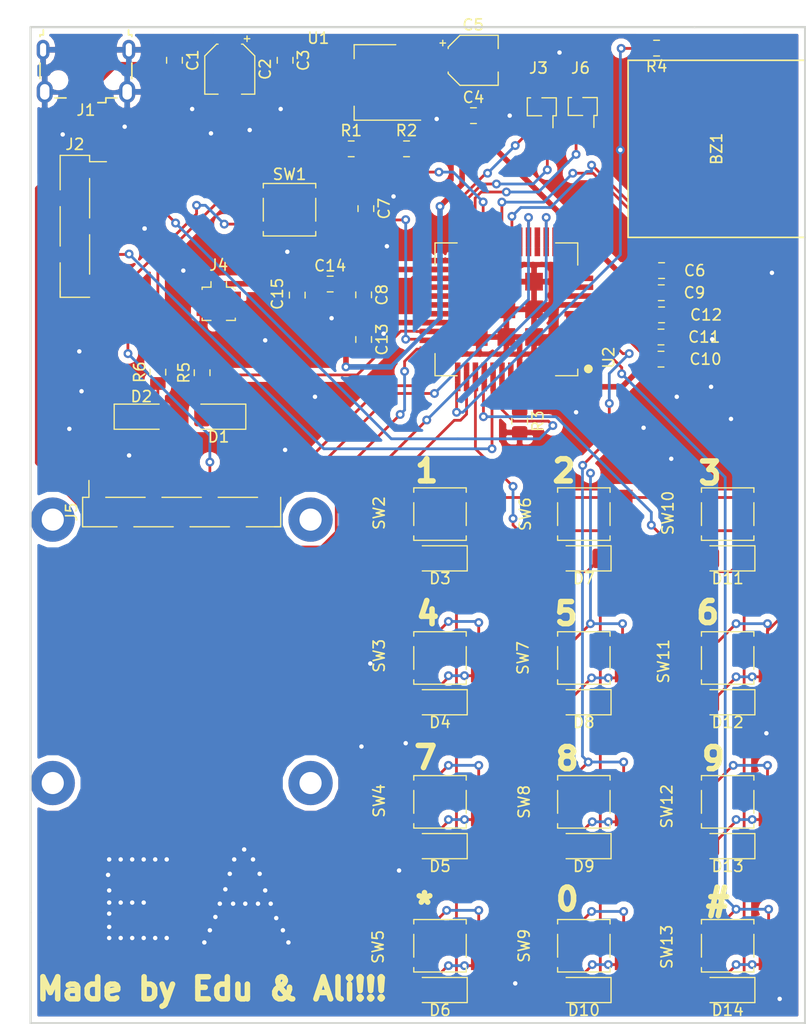
<source format=kicad_pcb>
(kicad_pcb (version 20171130) (host pcbnew "(5.0.2)-1")
  (layers (0 F.Cu signal) (31 B.Cu signal) (34 B.Paste user) (35 F.Paste user) (36 B.SilkS user) (37 F.SilkS user) (38 B.Mask user) (39 F.Mask user) (44 Edge.Cuts user))
  (net 0 "")
  (net 1 "Net-(BZ1-Pad1)")
  (net 2 COL1)
  (net 3 +5V)
  (net 4 +3V3)
  (net 5 RES)
  (net 6 "Net-(C14-Pad2)")
  (net 7 "Net-(C14-Pad1)")
  (net 8 "Net-(D1-Pad2)")
  (net 9 "Net-(D2-Pad2)")
  (net 10 "Net-(D3-Pad2)")
  (net 11 "Net-(D4-Pad2)")
  (net 12 "Net-(D5-Pad2)")
  (net 13 "Net-(D6-Pad2)")
  (net 14 "Net-(D7-Pad2)")
  (net 15 "Net-(D8-Pad2)")
  (net 16 "Net-(D9-Pad2)")
  (net 17 "Net-(D10-Pad2)")
  (net 18 "Net-(D11-Pad2)")
  (net 19 "Net-(D12-Pad2)")
  (net 20 "Net-(D13-Pad2)")
  (net 21 "Net-(D14-Pad2)")
  (net 22 "Net-(J2-Pad2)")
  (net 23 "Net-(J2-Pad4)")
  (net 24 "Net-(J3-Pad2)")
  (net 25 D1)
  (net 26 DC)
  (net 27 D0)
  (net 28 CS)
  (net 29 "Net-(R1-Pad2)")
  (net 30 "Net-(R3-Pad1)")
  (net 31 BZ)
  (net 32 LED1)
  (net 33 LED2)
  (net 34 ROW1)
  (net 35 ROW2)
  (net 36 ROW3)
  (net 37 ROW4)
  (net 38 "Net-(U2-Pad20)")
  (net 39 "Net-(U2-Pad17)")
  (net 40 "Net-(U2-Pad15)")
  (net 41 "Net-(U2-Pad13)")
  (net 42 "Net-(U2-Pad12)")
  (net 43 "Net-(U2-Pad31)")
  (net 44 "Net-(U2-Pad30)")
  (net 45 "Net-(U2-Pad29)")
  (net 46 "Net-(U2-Pad28)")
  (net 47 "Net-(U2-Pad11)")
  (net 48 "Net-(U2-Pad10)")
  (net 49 "Net-(U2-Pad9)")
  (net 50 "Net-(U2-Pad8)")
  (net 51 "Net-(U2-Pad45)")
  (net 52 "Net-(U2-Pad46)")
  (net 53 "Net-(U2-Pad47)")
  (net 54 GND)
  (net 55 COL2)
  (net 56 COL3)
  (net 57 "Net-(J3-Pad1)")
  (net 58 "Net-(J6-Pad2)")
  (module CMWX1ZZABZ:CMWX1ZZABZ_longer_pads (layer F.Cu) (at 154.2 73.2 180)
    (fp_text reference U2 (at -9.25 -4.36 90) (layer F.SilkS))
    (fp_text value CMWX1ZZABZ-078)
    (pad 48 smd rect (at -4.4 -7 90) (size 0.8 0.5) (layers F.Cu F.Paste F.Mask) (net 4 +3V3))
    (pad 48 smd rect (at -4.4 -6.1 90) (size 1 0.5) (layers F.Cu) (net 4 +3V3))
    (pad 47 smd rect (at -3.6 -7 90) (size 0.8 0.5) (layers F.Cu F.Paste F.Mask) (net 53 "Net-(U2-Pad47)"))
    (pad 47 smd rect (at -3.6 -6.1 90) (size 1 0.5) (layers F.Cu) (net 53 "Net-(U2-Pad47)"))
    (pad 46 smd rect (at -2.8 -7 90) (size 0.8 0.5) (layers F.Cu F.Paste F.Mask) (net 52 "Net-(U2-Pad46)"))
    (pad 46 smd rect (at -2.8 -6.1 90) (size 1 0.5) (layers F.Cu) (net 52 "Net-(U2-Pad46)"))
    (pad 45 smd rect (at -2 -7 90) (size 0.8 0.5) (layers F.Cu F.Paste F.Mask) (net 51 "Net-(U2-Pad45)"))
    (pad 45 smd rect (at -2 -6.1 90) (size 1 0.5) (layers F.Cu) (net 51 "Net-(U2-Pad45)"))
    (pad 44 smd rect (at -1.2 -7 90) (size 0.8 0.5) (layers F.Cu F.Paste F.Mask) (net 54 GND))
    (pad 44 smd rect (at -1.2 -6.1 90) (size 1 0.5) (layers F.Cu) (net 54 GND))
    (pad 43 smd rect (at -0.4 -7 90) (size 0.8 0.5) (layers F.Cu F.Paste F.Mask) (net 30 "Net-(R3-Pad1)"))
    (pad 43 smd rect (at -0.4 -6.1 90) (size 1 0.5) (layers F.Cu) (net 30 "Net-(R3-Pad1)"))
    (pad 42 smd rect (at 0.4 -7 90) (size 0.8 0.5) (layers F.Cu F.Paste F.Mask) (net 22 "Net-(J2-Pad2)"))
    (pad 42 smd rect (at 0.4 -6.1 90) (size 1 0.5) (layers F.Cu) (net 22 "Net-(J2-Pad2)"))
    (pad 41 smd rect (at 1.2 -7 90) (size 0.8 0.5) (layers F.Cu F.Paste F.Mask) (net 23 "Net-(J2-Pad4)"))
    (pad 41 smd rect (at 1.2 -6.1 90) (size 1 0.5) (layers F.Cu) (net 23 "Net-(J2-Pad4)"))
    (pad 40 smd rect (at 2 -7 90) (size 0.8 0.5) (layers F.Cu F.Paste F.Mask) (net 56 COL3))
    (pad 40 smd rect (at 2 -6.1 90) (size 1 0.5) (layers F.Cu) (net 56 COL3))
    (pad 39 smd rect (at 2.8 -7 90) (size 0.8 0.5) (layers F.Cu F.Paste F.Mask) (net 55 COL2))
    (pad 39 smd rect (at 2.8 -6.1 90) (size 1 0.5) (layers F.Cu) (net 55 COL2))
    (pad 38 smd rect (at 3.6 -7 90) (size 0.8 0.5) (layers F.Cu F.Paste F.Mask) (net 2 COL1))
    (pad 38 smd rect (at 3.6 -6.1 90) (size 1 0.5) (layers F.Cu) (net 2 COL1))
    (pad 37 smd rect (at 4.4 -7 90) (size 0.8 0.5) (layers F.Cu F.Paste F.Mask) (net 31 BZ))
    (pad 37 smd rect (at 4.4 -6.1 90) (size 1 0.5) (layers F.Cu) (net 31 BZ))
    (pad 36 smd rect (at 7.45 -4.4) (size 0.8 0.5) (layers F.Cu F.Paste F.Mask) (net 28 CS))
    (pad 36 smd rect (at 6.55 -4.4) (size 1 0.5) (layers F.Cu) (net 28 CS))
    (pad 35 smd rect (at 7.45 -3.6) (size 0.8 0.5) (layers F.Cu F.Paste F.Mask) (net 26 DC))
    (pad 35 smd rect (at 6.55 -3.6) (size 1 0.5) (layers F.Cu) (net 26 DC))
    (pad 34 smd rect (at 7.45 -2.8) (size 0.8 0.5) (layers F.Cu F.Paste F.Mask) (net 5 RES))
    (pad 34 smd rect (at 6.55 -2.8) (size 1 0.5) (layers F.Cu) (net 5 RES))
    (pad 33 smd rect (at 7.45 -2) (size 0.8 0.5) (layers F.Cu F.Paste F.Mask) (net 32 LED1))
    (pad 33 smd rect (at 6.55 -2) (size 1 0.5) (layers F.Cu) (net 32 LED1))
    (pad 32 smd rect (at 7.45 -1.2) (size 0.8 0.5) (layers F.Cu F.Paste F.Mask) (net 4 +3V3))
    (pad 32 smd rect (at 6.55 -1.2) (size 1 0.5) (layers F.Cu) (net 4 +3V3))
    (pad 31 smd rect (at 7.45 -0.4) (size 0.8 0.5) (layers F.Cu F.Paste F.Mask) (net 43 "Net-(U2-Pad31)"))
    (pad 31 smd rect (at 6.55 -0.4) (size 1 0.5) (layers F.Cu) (net 43 "Net-(U2-Pad31)"))
    (pad 30 smd rect (at 7.45 0.4) (size 0.8 0.5) (layers F.Cu F.Paste F.Mask) (net 44 "Net-(U2-Pad30)"))
    (pad 30 smd rect (at 6.55 0.4) (size 1 0.5) (layers F.Cu) (net 44 "Net-(U2-Pad30)"))
    (pad 29 smd rect (at 7.45 1.2) (size 0.8 0.5) (layers F.Cu F.Paste F.Mask) (net 45 "Net-(U2-Pad29)"))
    (pad 29 smd rect (at 6.55 1.2) (size 1 0.5) (layers F.Cu) (net 45 "Net-(U2-Pad29)"))
    (pad 28 smd rect (at 7.45 2) (size 0.8 0.5) (layers F.Cu F.Paste F.Mask) (net 46 "Net-(U2-Pad28)"))
    (pad 28 smd rect (at 6.55 2) (size 1 0.5) (layers F.Cu) (net 46 "Net-(U2-Pad28)"))
    (pad 27 smd rect (at 7.45 2.8) (size 0.8 0.5) (layers F.Cu F.Paste F.Mask) (net 54 GND))
    (pad 27 smd rect (at 6.55 2.8) (size 1 0.5) (layers F.Cu) (net 54 GND))
    (pad 26 smd rect (at 7.45 3.6) (size 0.8 0.5) (layers F.Cu F.Paste F.Mask) (net 6 "Net-(C14-Pad2)"))
    (pad 26 smd rect (at 6.55 3.6) (size 1 0.5) (layers F.Cu) (net 6 "Net-(C14-Pad2)"))
    (pad 25 smd rect (at 7.45 4.4) (size 0.8 0.5) (layers F.Cu F.Paste F.Mask) (net 54 GND))
    (pad 25 smd rect (at 6.55 4.4) (size 1 0.5) (layers F.Cu) (net 54 GND))
    (pad 24 smd rect (at 4.4 7 270) (size 0.8 0.5) (layers F.Cu F.Paste F.Mask) (net 24 "Net-(J3-Pad2)"))
    (pad 24 smd rect (at 4.4 6.1 270) (size 1 0.5) (layers F.Cu) (net 24 "Net-(J3-Pad2)"))
    (pad 23 smd rect (at 3.6 7 270) (size 0.8 0.5) (layers F.Cu F.Paste F.Mask) (net 57 "Net-(J3-Pad1)"))
    (pad 23 smd rect (at 3.6 6.1 270) (size 1 0.5) (layers F.Cu) (net 57 "Net-(J3-Pad1)"))
    (pad 22 smd rect (at 2.8 7 270) (size 0.8 0.5) (layers F.Cu F.Paste F.Mask) (net 58 "Net-(J6-Pad2)"))
    (pad 22 smd rect (at 2.8 6.1 270) (size 1 0.5) (layers F.Cu) (net 58 "Net-(J6-Pad2)"))
    (pad 21 smd rect (at 2 7 270) (size 0.8 0.5) (layers F.Cu F.Paste F.Mask) (net 33 LED2))
    (pad 21 smd rect (at 2 6.1 270) (size 1 0.5) (layers F.Cu) (net 33 LED2))
    (pad 20 smd rect (at 1.2 7 270) (size 0.8 0.5) (layers F.Cu F.Paste F.Mask) (net 38 "Net-(U2-Pad20)"))
    (pad 20 smd rect (at 1.2 6.1 270) (size 1 0.5) (layers F.Cu) (net 38 "Net-(U2-Pad20)"))
    (pad 19 smd rect (at 0.4 7 270) (size 0.8 0.5) (layers F.Cu F.Paste F.Mask) (net 34 ROW1))
    (pad 19 smd rect (at 0.4 6.1 270) (size 1 0.5) (layers F.Cu) (net 34 ROW1))
    (pad 18 smd rect (at -0.4 7 270) (size 0.8 0.5) (layers F.Cu F.Paste F.Mask) (net 35 ROW2))
    (pad 18 smd rect (at -0.4 6.1 270) (size 1 0.5) (layers F.Cu) (net 35 ROW2))
    (pad 17 smd rect (at -1.2 7 270) (size 0.8 0.5) (layers F.Cu F.Paste F.Mask) (net 39 "Net-(U2-Pad17)"))
    (pad 17 smd rect (at -1.2 6.1 270) (size 1 0.5) (layers F.Cu) (net 39 "Net-(U2-Pad17)"))
    (pad 16 smd rect (at -2 7 270) (size 0.8 0.5) (layers F.Cu F.Paste F.Mask) (net 27 D0))
    (pad 16 smd rect (at -2 6.1 270) (size 1 0.5) (layers F.Cu) (net 27 D0))
    (pad 15 smd rect (at -2.8 7 270) (size 0.8 0.5) (layers F.Cu F.Paste F.Mask) (net 40 "Net-(U2-Pad15)"))
    (pad 15 smd rect (at -2.8 6.1 270) (size 1 0.5) (layers F.Cu) (net 40 "Net-(U2-Pad15)"))
    (pad 14 smd rect (at -3.6 7 270) (size 0.8 0.5) (layers F.Cu F.Paste F.Mask) (net 25 D1))
    (pad 14 smd rect (at -3.6 6.1 270) (size 1 0.5) (layers F.Cu) (net 25 D1))
    (pad 13 smd rect (at -4.4 7 270) (size 0.8 0.5) (layers F.Cu F.Paste F.Mask) (net 41 "Net-(U2-Pad13)"))
    (pad 13 smd rect (at -4.4 6.1 270) (size 1 0.5) (layers F.Cu) (net 41 "Net-(U2-Pad13)"))
    (pad 12 smd rect (at -7.45 4.4 180) (size 0.8 0.5) (layers F.Cu F.Paste F.Mask) (net 42 "Net-(U2-Pad12)"))
    (pad 12 smd rect (at -6.55 4.4 180) (size 1 0.5) (layers F.Cu) (net 42 "Net-(U2-Pad12)"))
    (pad 11 smd rect (at -7.45 3.6 180) (size 0.8 0.5) (layers F.Cu F.Paste F.Mask) (net 47 "Net-(U2-Pad11)"))
    (pad 11 smd rect (at -6.55 3.6 180) (size 1 0.5) (layers F.Cu) (net 47 "Net-(U2-Pad11)"))
    (pad 10 smd rect (at -7.45 2.8 180) (size 0.8 0.5) (layers F.Cu F.Paste F.Mask) (net 48 "Net-(U2-Pad10)"))
    (pad 10 smd rect (at -6.55 2.8 180) (size 1 0.5) (layers F.Cu) (net 48 "Net-(U2-Pad10)"))
    (pad 9 smd rect (at -7.45 2 180) (size 0.8 0.5) (layers F.Cu F.Paste F.Mask) (net 49 "Net-(U2-Pad9)"))
    (pad 9 smd rect (at -6.55 2 180) (size 1 0.5) (layers F.Cu) (net 49 "Net-(U2-Pad9)"))
    (pad 8 smd rect (at -7.45 1.2 180) (size 0.8 0.5) (layers F.Cu F.Paste F.Mask) (net 50 "Net-(U2-Pad8)"))
    (pad 8 smd rect (at -6.55 1.2 180) (size 1 0.5) (layers F.Cu) (net 50 "Net-(U2-Pad8)"))
    (pad 7 smd rect (at -7.45 0.4 180) (size 0.8 0.5) (layers F.Cu F.Paste F.Mask) (net 54 GND))
    (pad 7 smd rect (at -6.55 0.4 180) (size 1 0.5) (layers F.Cu) (net 54 GND))
    (pad 6 smd rect (at -7.45 -0.4 180) (size 0.8 0.5) (layers F.Cu F.Paste F.Mask) (net 4 +3V3))
    (pad 6 smd rect (at -6.55 -0.4 180) (size 1 0.5) (layers F.Cu) (net 4 +3V3))
    (pad 5 smd rect (at -7.45 -1.2 180) (size 0.8 0.5) (layers F.Cu F.Paste F.Mask) (net 4 +3V3))
    (pad 5 smd rect (at -6.55 -1.2 180) (size 1 0.5) (layers F.Cu) (net 4 +3V3))
    (pad 4 smd rect (at -7.45 -2 180) (size 0.8 0.5) (layers F.Cu F.Paste F.Mask) (net 4 +3V3))
    (pad 4 smd rect (at -6.55 -2 180) (size 1 0.5) (layers F.Cu) (net 4 +3V3))
    (pad 3 smd rect (at -7.45 -2.8 180) (size 0.8 0.5) (layers F.Cu F.Paste F.Mask) (net 54 GND))
    (pad 3 smd rect (at -6.55 -2.8 180) (size 1 0.5) (layers F.Cu) (net 54 GND))
    (pad 2 smd rect (at -7.45 -3.6 180) (size 0.8 0.5) (layers F.Cu F.Paste F.Mask) (net 36 ROW3))
    (pad 2 smd rect (at -6.55 -3.6 180) (size 1 0.5) (layers F.Cu) (net 36 ROW3))
    (pad 1 smd rect (at -7.45 -4.4 180) (size 0.8 0.5) (layers F.Cu F.Paste F.Mask) (net 37 ROW4))
    (pad 1 smd rect (at -6.55 -4.4 180) (size 1 0.5) (layers F.Cu) (net 37 ROW4))
    (pad 57 smd rect (at 2.5 2.5 270) (size 1.6 1.6) (layers F.Cu F.Paste F.Mask) (net 54 GND))
    (pad 56 smd rect (at 0 2.5 270) (size 1.6 1.6) (layers F.Cu F.Paste F.Mask) (net 54 GND))
    (pad 55 smd rect (at -2.5 2.5 270) (size 1.6 1.6) (layers F.Cu F.Paste F.Mask) (net 54 GND))
    (pad 54 smd rect (at 2.5 0 270) (size 1.6 1.6) (layers F.Cu F.Paste F.Mask) (net 54 GND))
    (pad 53 smd rect (at 0 0 270) (size 1.6 1.6) (layers F.Cu F.Paste F.Mask) (net 54 GND))
    (pad 52 smd rect (at -2.5 0 270) (size 1.6 1.6) (layers F.Cu F.Paste F.Mask) (net 54 GND))
    (pad 51 smd rect (at 2.5 -2.5 270) (size 1.6 1.6) (layers F.Cu F.Paste F.Mask) (net 54 GND))
    (pad 50 smd rect (at 0 -2.5 270) (size 1.6 1.6) (layers F.Cu F.Paste F.Mask) (net 54 GND))
    (pad 49 smd rect (at -2.5 -2.5 270) (size 1.6 1.6) (layers F.Cu F.Paste F.Mask) (net 54 GND))
    (pad 48 smd rect (at -4.4 -5.2 270) (size 0.8 0.5) (layers F.Cu F.Paste F.Mask) (net 4 +3V3))
    (pad 47 smd rect (at -3.6 -5.2 270) (size 0.8 0.5) (layers F.Cu F.Paste F.Mask) (net 53 "Net-(U2-Pad47)"))
    (pad 46 smd rect (at -2.8 -5.2 270) (size 0.8 0.5) (layers F.Cu F.Paste F.Mask) (net 52 "Net-(U2-Pad46)"))
    (pad 45 smd rect (at -2 -5.2 270) (size 0.8 0.5) (layers F.Cu F.Paste F.Mask) (net 51 "Net-(U2-Pad45)"))
    (pad 44 smd rect (at -1.2 -5.2 270) (size 0.8 0.5) (layers F.Cu F.Paste F.Mask) (net 54 GND))
    (pad 43 smd rect (at -0.4 -5.2 270) (size 0.8 0.5) (layers F.Cu F.Paste F.Mask) (net 30 "Net-(R3-Pad1)"))
    (pad 42 smd rect (at 0.4 -5.2 270) (size 0.8 0.5) (layers F.Cu F.Paste F.Mask) (net 22 "Net-(J2-Pad2)"))
    (pad 1 smd rect (at -5.65 -4.4 180) (size 0.8 0.5) (layers F.Cu F.Paste F.Mask) (net 37 ROW4))
    (pad 2 smd rect (at -5.65 -3.6 180) (size 0.8 0.5) (layers F.Cu F.Paste F.Mask) (net 36 ROW3))
    (pad 3 smd rect (at -5.65 -2.8 180) (size 0.8 0.5) (layers F.Cu F.Paste F.Mask) (net 54 GND))
    (pad 4 smd rect (at -5.65 -2 180) (size 0.8 0.5) (layers F.Cu F.Paste F.Mask) (net 4 +3V3))
    (pad 5 smd rect (at -5.65 -1.2 180) (size 0.8 0.5) (layers F.Cu F.Paste F.Mask) (net 4 +3V3))
    (pad 6 smd rect (at -5.65 -0.4 180) (size 0.8 0.5) (layers F.Cu F.Paste F.Mask) (net 4 +3V3))
    (pad 7 smd rect (at -5.65 0.4 180) (size 0.8 0.5) (layers F.Cu F.Paste F.Mask) (net 54 GND))
    (pad 8 smd rect (at -5.65 1.2 180) (size 0.8 0.5) (layers F.Cu F.Paste F.Mask) (net 50 "Net-(U2-Pad8)"))
    (pad 9 smd rect (at -5.65 2 180) (size 0.8 0.5) (layers F.Cu F.Paste F.Mask) (net 49 "Net-(U2-Pad9)"))
    (pad 10 smd rect (at -5.65 2.8 180) (size 0.8 0.5) (layers F.Cu F.Paste F.Mask) (net 48 "Net-(U2-Pad10)"))
    (pad 11 smd rect (at -5.65 3.6 180) (size 0.8 0.5) (layers F.Cu F.Paste F.Mask) (net 47 "Net-(U2-Pad11)"))
    (pad 27 smd rect (at 5.65 2.8 180) (size 0.8 0.5) (layers F.Cu F.Paste F.Mask) (net 54 GND))
    (pad 28 smd rect (at 5.65 2 180) (size 0.8 0.5) (layers F.Cu F.Paste F.Mask) (net 46 "Net-(U2-Pad28)"))
    (pad 29 smd rect (at 5.65 1.2 180) (size 0.8 0.5) (layers F.Cu F.Paste F.Mask) (net 45 "Net-(U2-Pad29)"))
    (pad 30 smd rect (at 5.65 0.4 180) (size 0.8 0.5) (layers F.Cu F.Paste F.Mask) (net 44 "Net-(U2-Pad30)"))
    (pad 31 smd rect (at 5.65 -0.4 180) (size 0.8 0.5) (layers F.Cu F.Paste F.Mask) (net 43 "Net-(U2-Pad31)"))
    (pad 32 smd rect (at 5.65 -1.2 180) (size 0.8 0.5) (layers F.Cu F.Paste F.Mask) (net 4 +3V3))
    (pad 33 smd rect (at 5.65 -2 180) (size 0.8 0.5) (layers F.Cu F.Paste F.Mask) (net 32 LED1))
    (pad 34 smd rect (at 5.65 -2.8 180) (size 0.8 0.5) (layers F.Cu F.Paste F.Mask) (net 5 RES))
    (pad 35 smd rect (at 5.65 -3.6 180) (size 0.8 0.5) (layers F.Cu F.Paste F.Mask) (net 26 DC))
    (pad 36 smd rect (at 5.65 -4.4 180) (size 0.8 0.5) (layers F.Cu F.Paste F.Mask) (net 28 CS))
    (pad 37 smd rect (at 4.4 -5.2 270) (size 0.8 0.5) (layers F.Cu F.Paste F.Mask) (net 31 BZ))
    (pad 39 smd rect (at 2.8 -5.2 270) (size 0.8 0.5) (layers F.Cu F.Paste F.Mask) (net 55 COL2))
    (pad 40 smd rect (at 2 -5.2 270) (size 0.8 0.5) (layers F.Cu F.Paste F.Mask) (net 56 COL3))
    (pad 41 smd rect (at 1.2 -5.2 270) (size 0.8 0.5) (layers F.Cu F.Paste F.Mask) (net 23 "Net-(J2-Pad4)"))
    (pad 12 smd rect (at -5.65 4.4 180) (size 0.8 0.5) (layers F.Cu F.Paste F.Mask) (net 42 "Net-(U2-Pad12)"))
    (pad 13 smd rect (at -4.4 5.2 270) (size 0.8 0.5) (layers F.Cu F.Paste F.Mask) (net 41 "Net-(U2-Pad13)"))
    (pad 14 smd rect (at -3.6 5.2 270) (size 0.8 0.5) (layers F.Cu F.Paste F.Mask) (net 25 D1))
    (pad 15 smd rect (at -2.8 5.2 270) (size 0.8 0.5) (layers F.Cu F.Paste F.Mask) (net 40 "Net-(U2-Pad15)"))
    (pad 16 smd rect (at -2 5.2 270) (size 0.8 0.5) (layers F.Cu F.Paste F.Mask) (net 27 D0))
    (pad 17 smd rect (at -1.2 5.2 270) (size 0.8 0.5) (layers F.Cu F.Paste F.Mask) (net 39 "Net-(U2-Pad17)"))
    (pad 18 smd rect (at -0.4 5.2 270) (size 0.8 0.5) (layers F.Cu F.Paste F.Mask) (net 35 ROW2))
    (pad 19 smd rect (at 0.4 5.2 270) (size 0.8 0.5) (layers F.Cu F.Paste F.Mask) (net 34 ROW1))
    (pad 20 smd rect (at 1.2 5.2 90) (size 0.8 0.5) (layers F.Cu F.Paste F.Mask) (net 38 "Net-(U2-Pad20)"))
    (pad 21 smd rect (at 2 5.2 90) (size 0.8 0.5) (layers F.Cu F.Paste F.Mask) (net 33 LED2))
    (pad 22 smd rect (at 2.8 5.2 90) (size 0.8 0.5) (layers F.Cu F.Paste F.Mask) (net 58 "Net-(J6-Pad2)"))
    (pad 23 smd rect (at 3.6 5.2 90) (size 0.8 0.5) (layers F.Cu F.Paste F.Mask) (net 57 "Net-(J3-Pad1)"))
    (pad 24 smd rect (at 4.4 5.2 90) (size 0.8 0.5) (layers F.Cu F.Paste F.Mask) (net 24 "Net-(J3-Pad2)"))
    (pad 25 smd rect (at 5.65 4.4 180) (size 0.8 0.5) (layers F.Cu F.Paste F.Mask) (net 54 GND))
    (pad 26 smd rect (at 5.65 3.6 180) (size 0.8 0.5) (layers F.Cu F.Paste F.Mask) (net 6 "Net-(C14-Pad2)"))
    (pad 38 smd rect (at 3.6 -5.2 270) (size 0.8 0.5) (layers F.Cu F.Paste F.Mask) (net 2 COL1))
  )
  (module KMGT1603:kmtg1603-1 (layer F.Cu) (at 173.2 58.7 270)
    (fp_text reference BZ1 (at 0 0 270) (layer F.SilkS))
    (fp_text value Buzzer)
    (pad 1 smd rect (at -9 0 270) (size 2.5 3.5) (layers F.Cu F.Paste F.Mask) (net 1 "Net-(BZ1-Pad1)"))
    (pad 2 smd rect (at 9 0 270) (size 2.5 3.5) (layers F.Cu F.Paste F.Mask) (net 54 GND))
  )
  (module Capacitor_SMD:C_0805_2012Metric_Pad1.15x1.40mm_HandSolder (layer F.Cu) (at 124.2 50.7 270)
    (fp_text reference C1 (at 0 -1.65 270) (layer F.SilkS))
    (fp_text value 100n)
    (pad 1 smd roundrect (at -1.025 0 270) (size 1.15 1.4) (layers F.Cu F.Paste F.Mask) (roundrect_rratio 0.217391) (net 3 +5V))
    (pad 2 smd roundrect (at 1.025 0 270) (size 1.15 1.4) (layers F.Cu F.Paste F.Mask) (roundrect_rratio 0.217391) (net 54 GND))
  )
  (module Capacitor_SMD:CP_Elec_4x5.4 (layer F.Cu) (at 129.2 51.5 270)
    (fp_text reference C2 (at 0 -3.2 270) (layer F.SilkS))
    (fp_text value 10u)
    (pad 1 smd roundrect (at -1.8 0 270) (size 2.6 1.6) (layers F.Cu F.Paste F.Mask) (roundrect_rratio 0.15625) (net 3 +5V))
    (pad 2 smd roundrect (at 1.8 0 270) (size 2.6 1.6) (layers F.Cu F.Paste F.Mask) (roundrect_rratio 0.15625) (net 54 GND))
  )
  (module Capacitor_SMD:C_0805_2012Metric_Pad1.15x1.40mm_HandSolder (layer F.Cu) (at 134.2 50.7 270)
    (fp_text reference C3 (at 0 -1.65 270) (layer F.SilkS))
    (fp_text value 100n)
    (pad 1 smd roundrect (at -1.025 0 270) (size 1.15 1.4) (layers F.Cu F.Paste F.Mask) (roundrect_rratio 0.217391) (net 3 +5V))
    (pad 2 smd roundrect (at 1.025 0 270) (size 1.15 1.4) (layers F.Cu F.Paste F.Mask) (roundrect_rratio 0.217391) (net 54 GND))
  )
  (module Capacitor_SMD:C_0805_2012Metric_Pad1.15x1.40mm_HandSolder (layer F.Cu) (at 151.225 55.7)
    (fp_text reference C4 (at 0 -1.65) (layer F.SilkS))
    (fp_text value 100n)
    (pad 2 smd roundrect (at 1.025 0) (size 1.15 1.4) (layers F.Cu F.Paste F.Mask) (roundrect_rratio 0.217391) (net 54 GND))
    (pad 1 smd roundrect (at -1.025 0) (size 1.15 1.4) (layers F.Cu F.Paste F.Mask) (roundrect_rratio 0.217391) (net 4 +3V3))
  )
  (module Capacitor_SMD:CP_Elec_4x5.4 (layer F.Cu) (at 151.2 50.7)
    (fp_text reference C5 (at 0 -3.2) (layer F.SilkS))
    (fp_text value 10u)
    (pad 2 smd roundrect (at 1.8 0) (size 2.6 1.6) (layers F.Cu F.Paste F.Mask) (roundrect_rratio 0.15625) (net 54 GND))
    (pad 1 smd roundrect (at -1.8 0) (size 2.6 1.6) (layers F.Cu F.Paste F.Mask) (roundrect_rratio 0.15625) (net 4 +3V3))
  )
  (module Capacitor_SMD:C_0805_2012Metric_Pad1.15x1.40mm_HandSolder (layer F.Cu) (at 168.225 69.7)
    (fp_text reference C6 (at 3 0) (layer F.SilkS))
    (fp_text value 10uF)
    (pad 1 smd roundrect (at -1.025 0) (size 1.15 1.4) (layers F.Cu F.Paste F.Mask) (roundrect_rratio 0.217391) (net 4 +3V3))
    (pad 2 smd roundrect (at 1.025 0) (size 1.15 1.4) (layers F.Cu F.Paste F.Mask) (roundrect_rratio 0.217391) (net 54 GND))
  )
  (module Capacitor_SMD:C_0805_2012Metric_Pad1.15x1.40mm_HandSolder (layer F.Cu) (at 141.5 64.1 270)
    (fp_text reference C7 (at 0 -1.65 270) (layer F.SilkS))
    (fp_text value 100n)
    (pad 1 smd roundrect (at -1.025 0 270) (size 1.15 1.4) (layers F.Cu F.Paste F.Mask) (roundrect_rratio 0.217391) (net 54 GND))
    (pad 2 smd roundrect (at 1.025 0 270) (size 1.15 1.4) (layers F.Cu F.Paste F.Mask) (roundrect_rratio 0.217391) (net 5 RES))
  )
  (module Capacitor_SMD:C_0805_2012Metric_Pad1.15x1.40mm_HandSolder (layer F.Cu) (at 141.297803 71.889008 270)
    (fp_text reference C8 (at 0 -1.65 270) (layer F.SilkS))
    (fp_text value 100n)
    (pad 1 smd roundrect (at -1.025 0 270) (size 1.15 1.4) (layers F.Cu F.Paste F.Mask) (roundrect_rratio 0.217391) (net 6 "Net-(C14-Pad2)"))
    (pad 2 smd roundrect (at 1.025 0 270) (size 1.15 1.4) (layers F.Cu F.Paste F.Mask) (roundrect_rratio 0.217391) (net 54 GND))
  )
  (module Capacitor_SMD:C_0805_2012Metric_Pad1.15x1.40mm_HandSolder (layer F.Cu) (at 168.2 71.7)
    (fp_text reference C9 (at 3 0) (layer F.SilkS))
    (fp_text value 1uF)
    (pad 2 smd roundrect (at 1.025 0) (size 1.15 1.4) (layers F.Cu F.Paste F.Mask) (roundrect_rratio 0.217391) (net 54 GND))
    (pad 1 smd roundrect (at -1.025 0) (size 1.15 1.4) (layers F.Cu F.Paste F.Mask) (roundrect_rratio 0.217391) (net 4 +3V3))
  )
  (module Capacitor_SMD:C_0805_2012Metric_Pad1.15x1.40mm_HandSolder (layer F.Cu) (at 168.175 77.7)
    (fp_text reference C10 (at 4.025 0) (layer F.SilkS))
    (fp_text value 10uF)
    (pad 2 smd roundrect (at 1.025 0) (size 1.15 1.4) (layers F.Cu F.Paste F.Mask) (roundrect_rratio 0.217391) (net 54 GND))
    (pad 1 smd roundrect (at -1.025 0) (size 1.15 1.4) (layers F.Cu F.Paste F.Mask) (roundrect_rratio 0.217391) (net 4 +3V3))
  )
  (module Capacitor_SMD:C_0805_2012Metric_Pad1.15x1.40mm_HandSolder (layer F.Cu) (at 168.175 75.7)
    (fp_text reference C11 (at 3.904999 0) (layer F.SilkS))
    (fp_text value 0.1uF)
    (pad 2 smd roundrect (at 1.025 0) (size 1.15 1.4) (layers F.Cu F.Paste F.Mask) (roundrect_rratio 0.217391) (net 54 GND))
    (pad 1 smd roundrect (at -1.025 0) (size 1.15 1.4) (layers F.Cu F.Paste F.Mask) (roundrect_rratio 0.217391) (net 4 +3V3))
  )
  (module Capacitor_SMD:C_0805_2012Metric_Pad1.15x1.40mm_HandSolder (layer F.Cu) (at 168.225 73.7)
    (fp_text reference C12 (at 4.025 0) (layer F.SilkS))
    (fp_text value 0.1uF)
    (pad 1 smd roundrect (at -1.025 0) (size 1.15 1.4) (layers F.Cu F.Paste F.Mask) (roundrect_rratio 0.217391) (net 4 +3V3))
    (pad 2 smd roundrect (at 1.025 0) (size 1.15 1.4) (layers F.Cu F.Paste F.Mask) (roundrect_rratio 0.217391) (net 54 GND))
  )
  (module Capacitor_SMD:C_0805_2012Metric_Pad1.15x1.40mm_HandSolder (layer F.Cu) (at 141.3 75.925 270)
    (fp_text reference C13 (at 0 -1.65 270) (layer F.SilkS))
    (fp_text value 1uF)
    (pad 2 smd roundrect (at 1.025 0 270) (size 1.15 1.4) (layers F.Cu F.Paste F.Mask) (roundrect_rratio 0.217391) (net 54 GND))
    (pad 1 smd roundrect (at -1.025 0 270) (size 1.15 1.4) (layers F.Cu F.Paste F.Mask) (roundrect_rratio 0.217391) (net 4 +3V3))
  )
  (module Capacitor_SMD:C_0805_2012Metric_Pad1.15x1.40mm_HandSolder (layer F.Cu) (at 138.272803 70.914008)
    (fp_text reference C14 (at 0 -1.65) (layer F.SilkS))
    (fp_text value 100p)
    (pad 1 smd roundrect (at -1.025 0) (size 1.15 1.4) (layers F.Cu F.Paste F.Mask) (roundrect_rratio 0.217391) (net 7 "Net-(C14-Pad1)"))
    (pad 2 smd roundrect (at 1.025 0) (size 1.15 1.4) (layers F.Cu F.Paste F.Mask) (roundrect_rratio 0.217391) (net 6 "Net-(C14-Pad2)"))
  )
  (module Capacitor_SMD:C_0805_2012Metric_Pad1.15x1.40mm_HandSolder (layer F.Cu) (at 135.297803 71.914008 270)
    (fp_text reference C15 (at -0.114008 1.797803 270) (layer F.SilkS))
    (fp_text value 100n)
    (pad 2 smd roundrect (at 1.025 0 270) (size 1.15 1.4) (layers F.Cu F.Paste F.Mask) (roundrect_rratio 0.217391) (net 54 GND))
    (pad 1 smd roundrect (at -1.025 0 270) (size 1.15 1.4) (layers F.Cu F.Paste F.Mask) (roundrect_rratio 0.217391) (net 7 "Net-(C14-Pad1)"))
  )
  (module LED_SMD:LED_1206_3216Metric_Pad1.42x1.75mm_HandSolder (layer F.Cu) (at 128.1875 82.9 180)
    (fp_text reference D1 (at 0 -1.82 180) (layer F.SilkS))
    (fp_text value LED)
    (pad 1 smd roundrect (at -1.4875 0 180) (size 1.425 1.75) (layers F.Cu F.Paste F.Mask) (roundrect_rratio 0.175439) (net 54 GND))
    (pad 2 smd roundrect (at 1.4875 0 180) (size 1.425 1.75) (layers F.Cu F.Paste F.Mask) (roundrect_rratio 0.175439) (net 8 "Net-(D1-Pad2)"))
  )
  (module LED_SMD:LED_1206_3216Metric_Pad1.42x1.75mm_HandSolder (layer F.Cu) (at 121.2125 82.9)
    (fp_text reference D2 (at 0 -1.82) (layer F.SilkS))
    (fp_text value LED)
    (pad 2 smd roundrect (at 1.4875 0) (size 1.425 1.75) (layers F.Cu F.Paste F.Mask) (roundrect_rratio 0.175439) (net 9 "Net-(D2-Pad2)"))
    (pad 1 smd roundrect (at -1.4875 0) (size 1.425 1.75) (layers F.Cu F.Paste F.Mask) (roundrect_rratio 0.175439) (net 54 GND))
  )
  (module Diode_SMD:D_1206_3216Metric_Pad1.42x1.75mm_HandSolder (layer F.Cu) (at 148.2 95.7 180)
    (fp_text reference D3 (at 0 -1.82 180) (layer F.SilkS))
    (fp_text value D)
    (pad 2 smd roundrect (at 1.4875 0 180) (size 1.425 1.75) (layers F.Cu F.Paste F.Mask) (roundrect_rratio 0.175439) (net 10 "Net-(D3-Pad2)"))
    (pad 1 smd roundrect (at -1.4875 0 180) (size 1.425 1.75) (layers F.Cu F.Paste F.Mask) (roundrect_rratio 0.175439) (net 2 COL1))
  )
  (module Diode_SMD:D_1206_3216Metric_Pad1.42x1.75mm_HandSolder (layer F.Cu) (at 148.2 108.7 180)
    (fp_text reference D4 (at 0 -1.82 180) (layer F.SilkS))
    (fp_text value D)
    (pad 1 smd roundrect (at -1.4875 0 180) (size 1.425 1.75) (layers F.Cu F.Paste F.Mask) (roundrect_rratio 0.175439) (net 2 COL1))
    (pad 2 smd roundrect (at 1.4875 0 180) (size 1.425 1.75) (layers F.Cu F.Paste F.Mask) (roundrect_rratio 0.175439) (net 11 "Net-(D4-Pad2)"))
  )
  (module Diode_SMD:D_1206_3216Metric_Pad1.42x1.75mm_HandSolder (layer F.Cu) (at 148.2 121.7 180)
    (fp_text reference D5 (at 0 -1.82 180) (layer F.SilkS))
    (fp_text value D)
    (pad 1 smd roundrect (at -1.4875 0 180) (size 1.425 1.75) (layers F.Cu F.Paste F.Mask) (roundrect_rratio 0.175439) (net 2 COL1))
    (pad 2 smd roundrect (at 1.4875 0 180) (size 1.425 1.75) (layers F.Cu F.Paste F.Mask) (roundrect_rratio 0.175439) (net 12 "Net-(D5-Pad2)"))
  )
  (module Diode_SMD:D_1206_3216Metric_Pad1.42x1.75mm_HandSolder (layer F.Cu) (at 148.2 134.7 180)
    (fp_text reference D6 (at 0 -1.82 180) (layer F.SilkS))
    (fp_text value D)
    (pad 1 smd roundrect (at -1.4875 0 180) (size 1.425 1.75) (layers F.Cu F.Paste F.Mask) (roundrect_rratio 0.175439) (net 2 COL1))
    (pad 2 smd roundrect (at 1.4875 0 180) (size 1.425 1.75) (layers F.Cu F.Paste F.Mask) (roundrect_rratio 0.175439) (net 13 "Net-(D6-Pad2)"))
  )
  (module Diode_SMD:D_1206_3216Metric_Pad1.42x1.75mm_HandSolder (layer F.Cu) (at 161.2 95.7 180)
    (fp_text reference D7 (at 0 -1.82 180) (layer F.SilkS))
    (fp_text value D)
    (pad 1 smd roundrect (at -1.4875 0 180) (size 1.425 1.75) (layers F.Cu F.Paste F.Mask) (roundrect_rratio 0.175439) (net 55 COL2))
    (pad 2 smd roundrect (at 1.4875 0 180) (size 1.425 1.75) (layers F.Cu F.Paste F.Mask) (roundrect_rratio 0.175439) (net 14 "Net-(D7-Pad2)"))
  )
  (module Diode_SMD:D_1206_3216Metric_Pad1.42x1.75mm_HandSolder (layer F.Cu) (at 161.2 108.7 180)
    (fp_text reference D8 (at 0 -1.82 180) (layer F.SilkS))
    (fp_text value D)
    (pad 1 smd roundrect (at -1.4875 0 180) (size 1.425 1.75) (layers F.Cu F.Paste F.Mask) (roundrect_rratio 0.175439) (net 55 COL2))
    (pad 2 smd roundrect (at 1.4875 0 180) (size 1.425 1.75) (layers F.Cu F.Paste F.Mask) (roundrect_rratio 0.175439) (net 15 "Net-(D8-Pad2)"))
  )
  (module Diode_SMD:D_1206_3216Metric_Pad1.42x1.75mm_HandSolder (layer F.Cu) (at 161.2 121.7 180)
    (fp_text reference D9 (at 0 -1.82 180) (layer F.SilkS))
    (fp_text value D)
    (pad 1 smd roundrect (at -1.4875 0 180) (size 1.425 1.75) (layers F.Cu F.Paste F.Mask) (roundrect_rratio 0.175439) (net 55 COL2))
    (pad 2 smd roundrect (at 1.4875 0 180) (size 1.425 1.75) (layers F.Cu F.Paste F.Mask) (roundrect_rratio 0.175439) (net 16 "Net-(D9-Pad2)"))
  )
  (module Diode_SMD:D_1206_3216Metric_Pad1.42x1.75mm_HandSolder (layer F.Cu) (at 161.2 134.7 180)
    (fp_text reference D10 (at 0 -1.82 180) (layer F.SilkS))
    (fp_text value D)
    (pad 2 smd roundrect (at 1.4875 0 180) (size 1.425 1.75) (layers F.Cu F.Paste F.Mask) (roundrect_rratio 0.175439) (net 17 "Net-(D10-Pad2)"))
    (pad 1 smd roundrect (at -1.4875 0 180) (size 1.425 1.75) (layers F.Cu F.Paste F.Mask) (roundrect_rratio 0.175439) (net 55 COL2))
  )
  (module Diode_SMD:D_1206_3216Metric_Pad1.42x1.75mm_HandSolder (layer F.Cu) (at 174.2 95.7 180)
    (fp_text reference D11 (at 0 -1.82 180) (layer F.SilkS))
    (fp_text value D)
    (pad 2 smd roundrect (at 1.4875 0 180) (size 1.425 1.75) (layers F.Cu F.Paste F.Mask) (roundrect_rratio 0.175439) (net 18 "Net-(D11-Pad2)"))
    (pad 1 smd roundrect (at -1.4875 0 180) (size 1.425 1.75) (layers F.Cu F.Paste F.Mask) (roundrect_rratio 0.175439) (net 56 COL3))
  )
  (module Diode_SMD:D_1206_3216Metric_Pad1.42x1.75mm_HandSolder (layer F.Cu) (at 174.2 108.7 180)
    (fp_text reference D12 (at 0 -1.82 180) (layer F.SilkS))
    (fp_text value D)
    (pad 2 smd roundrect (at 1.4875 0 180) (size 1.425 1.75) (layers F.Cu F.Paste F.Mask) (roundrect_rratio 0.175439) (net 19 "Net-(D12-Pad2)"))
    (pad 1 smd roundrect (at -1.4875 0 180) (size 1.425 1.75) (layers F.Cu F.Paste F.Mask) (roundrect_rratio 0.175439) (net 56 COL3))
  )
  (module Diode_SMD:D_1206_3216Metric_Pad1.42x1.75mm_HandSolder (layer F.Cu) (at 174.2 121.7 180)
    (fp_text reference D13 (at 0 -1.82 180) (layer F.SilkS))
    (fp_text value D)
    (pad 2 smd roundrect (at 1.4875 0 180) (size 1.425 1.75) (layers F.Cu F.Paste F.Mask) (roundrect_rratio 0.175439) (net 20 "Net-(D13-Pad2)"))
    (pad 1 smd roundrect (at -1.4875 0 180) (size 1.425 1.75) (layers F.Cu F.Paste F.Mask) (roundrect_rratio 0.175439) (net 56 COL3))
  )
  (module Diode_SMD:D_1206_3216Metric_Pad1.42x1.75mm_HandSolder (layer F.Cu) (at 174.2 134.7 180)
    (fp_text reference D14 (at 0 -1.82 180) (layer F.SilkS))
    (fp_text value D)
    (pad 2 smd roundrect (at 1.4875 0 180) (size 1.425 1.75) (layers F.Cu F.Paste F.Mask) (roundrect_rratio 0.175439) (net 21 "Net-(D14-Pad2)"))
    (pad 1 smd roundrect (at -1.4875 0 180) (size 1.425 1.75) (layers F.Cu F.Paste F.Mask) (roundrect_rratio 0.175439) (net 56 COL3))
  )
  (module Connector_USB:USB_Micro-B_Wuerth_629105150521 (layer F.Cu) (at 116.2 51.7 180)
    (fp_text reference J1 (at 0 -3.5 180) (layer F.SilkS))
    (fp_text value USB_OTG)
    (pad 1 smd rect (at -1.3 -1.9 180) (size 0.45 1.3) (layers F.Cu F.Paste F.Mask) (net 3 +5V))
    (pad 2 smd rect (at -0.65 -1.9 180) (size 0.45 1.3) (layers F.Cu F.Paste F.Mask))
    (pad 3 smd rect (at 0 -1.9 180) (size 0.45 1.3) (layers F.Cu F.Paste F.Mask))
    (pad 4 smd rect (at 0.65 -1.9 180) (size 0.45 1.3) (layers F.Cu F.Paste F.Mask))
    (pad 5 smd rect (at 1.3 -1.9 180) (size 0.45 1.3) (layers F.Cu F.Paste F.Mask) (net 54 GND))
    (pad 6 thru_hole oval (at -3.725 -1.85 180) (size 1.45 2) (drill oval 0.85 1.4) (layers *.Cu *.Mask) (net 54 GND))
    (pad 6 thru_hole oval (at 3.725 -1.85 180) (size 1.45 2) (drill oval 0.85 1.4) (layers *.Cu *.Mask) (net 54 GND))
    (pad 6 thru_hole oval (at -3.875 1.95 180) (size 1.15 1.8) (drill oval 0.55 1.2) (layers *.Cu *.Mask) (net 54 GND))
    (pad 6 thru_hole oval (at 3.875 1.95 180) (size 1.15 1.8) (drill oval 0.55 1.2) (layers *.Cu *.Mask) (net 54 GND))
    (pad "" np_thru_hole oval (at -2.5 -0.8 180) (size 0.8 0.8) (drill 0.8) (layers *.Cu *.Mask))
    (pad "" np_thru_hole oval (at 2.5 -0.8 180) (size 0.8 0.8) (drill 0.8) (layers *.Cu *.Mask))
  )
  (module Connector_PinHeader_2.54mm:PinHeader_1x05_P2.54mm_Vertical_SMD_Pin1Right (layer F.Cu) (at 115.2 65.7)
    (fp_text reference J2 (at 0 -7.41) (layer F.SilkS))
    (fp_text value Conn_01x05_Male)
    (pad 2 smd rect (at -1.655 -2.54) (size 2.51 1) (layers F.Cu F.Paste F.Mask) (net 22 "Net-(J2-Pad2)"))
    (pad 4 smd rect (at -1.655 2.54) (size 2.51 1) (layers F.Cu F.Paste F.Mask) (net 23 "Net-(J2-Pad4)"))
    (pad 1 smd rect (at 1.655 -5.08) (size 2.51 1) (layers F.Cu F.Paste F.Mask) (net 4 +3V3))
    (pad 3 smd rect (at 1.655 0) (size 2.51 1) (layers F.Cu F.Paste F.Mask) (net 54 GND))
    (pad 5 smd rect (at 1.655 5.08) (size 2.51 1) (layers F.Cu F.Paste F.Mask) (net 5 RES))
  )
  (module Connector_Coaxial:U.FL_Molex_MCRF_73412-0110_Vertical (layer F.Cu) (at 128.2 72.7 180)
    (fp_text reference J4 (at 0 3.5 180) (layer F.SilkS))
    (fp_text value Conn_Coaxial)
    (pad 2 smd rect (at -1.475 0 180) (size 1.05 2.2) (layers F.Cu F.Paste F.Mask) (net 54 GND))
    (pad 2 smd rect (at 1.475 0 180) (size 1.05 2.2) (layers F.Cu F.Paste F.Mask) (net 54 GND))
    (pad 2 smd rect (at 0 -1.5 180) (size 1 1) (layers F.Cu F.Paste F.Mask) (net 54 GND))
    (pad 1 smd rect (at 0 1.5 180) (size 1 1) (layers F.Cu F.Paste F.Mask) (net 7 "Net-(C14-Pad1)"))
  )
  (module Connector_PinHeader_2.54mm:PinHeader_1x07_P2.54mm_Vertical_SMD_Pin1Right (layer F.Cu) (at 124.85 91.515 90)
    (fp_text reference J5 (at 0 -9.95 90) (layer F.SilkS))
    (fp_text value Conn_01x07_Male)
    (pad 2 smd rect (at -1.655 -5.08 90) (size 2.51 1) (layers F.Cu F.Paste F.Mask) (net 4 +3V3))
    (pad 4 smd rect (at -1.655 0 90) (size 2.51 1) (layers F.Cu F.Paste F.Mask) (net 25 D1))
    (pad 6 smd rect (at -1.655 5.08 90) (size 2.51 1) (layers F.Cu F.Paste F.Mask) (net 26 DC))
    (pad 1 smd rect (at 1.655 -7.62 90) (size 2.51 1) (layers F.Cu F.Paste F.Mask) (net 54 GND))
    (pad 3 smd rect (at 1.655 -2.54 90) (size 2.51 1) (layers F.Cu F.Paste F.Mask) (net 27 D0))
    (pad 5 smd rect (at 1.655 2.54 90) (size 2.51 1) (layers F.Cu F.Paste F.Mask) (net 5 RES))
    (pad 7 smd rect (at 1.655 7.62 90) (size 2.51 1) (layers F.Cu F.Paste F.Mask) (net 28 CS))
  )
  (module Resistor_SMD:R_0805_2012Metric_Pad1.15x1.40mm_HandSolder (layer F.Cu) (at 140.175 58.7)
    (fp_text reference R1 (at 0 -1.65) (layer F.SilkS))
    (fp_text value 3.3k)
    (pad 2 smd roundrect (at 1.025 0) (size 1.15 1.4) (layers F.Cu F.Paste F.Mask) (roundrect_rratio 0.217391) (net 29 "Net-(R1-Pad2)"))
    (pad 1 smd roundrect (at -1.025 0) (size 1.15 1.4) (layers F.Cu F.Paste F.Mask) (roundrect_rratio 0.217391) (net 4 +3V3))
  )
  (module Resistor_SMD:R_0805_2012Metric_Pad1.15x1.40mm_HandSolder (layer F.Cu) (at 145.175 58.7)
    (fp_text reference R2 (at 0 -1.65) (layer F.SilkS))
    (fp_text value 6.8k)
    (pad 1 smd roundrect (at -1.025 0) (size 1.15 1.4) (layers F.Cu F.Paste F.Mask) (roundrect_rratio 0.217391) (net 29 "Net-(R1-Pad2)"))
    (pad 2 smd roundrect (at 1.025 0) (size 1.15 1.4) (layers F.Cu F.Paste F.Mask) (roundrect_rratio 0.217391) (net 54 GND))
  )
  (module Resistor_SMD:R_0805_2012Metric_Pad1.15x1.40mm_HandSolder (layer F.Cu) (at 155.4 83.3 270)
    (fp_text reference R3 (at 0 -1.65 270) (layer F.SilkS))
    (fp_text value 10k)
    (pad 2 smd roundrect (at 1.025 0 270) (size 1.15 1.4) (layers F.Cu F.Paste F.Mask) (roundrect_rratio 0.217391) (net 54 GND))
    (pad 1 smd roundrect (at -1.025 0 270) (size 1.15 1.4) (layers F.Cu F.Paste F.Mask) (roundrect_rratio 0.217391) (net 30 "Net-(R3-Pad1)"))
  )
  (module Resistor_SMD:R_0805_2012Metric_Pad1.15x1.40mm_HandSolder (layer F.Cu) (at 167.775 49.6 180)
    (fp_text reference R4 (at 0 -1.65 180) (layer F.SilkS))
    (fp_text value 680)
    (pad 2 smd roundrect (at 1.025 0 180) (size 1.15 1.4) (layers F.Cu F.Paste F.Mask) (roundrect_rratio 0.217391) (net 31 BZ))
    (pad 1 smd roundrect (at -1.025 0 180) (size 1.15 1.4) (layers F.Cu F.Paste F.Mask) (roundrect_rratio 0.217391) (net 1 "Net-(BZ1-Pad1)"))
  )
  (module Resistor_SMD:R_0805_2012Metric_Pad1.15x1.40mm_HandSolder (layer F.Cu) (at 126.7 78.925 90)
    (fp_text reference R5 (at 0 -1.65 90) (layer F.SilkS))
    (fp_text value 330)
    (pad 1 smd roundrect (at -1.025 0 90) (size 1.15 1.4) (layers F.Cu F.Paste F.Mask) (roundrect_rratio 0.217391) (net 8 "Net-(D1-Pad2)"))
    (pad 2 smd roundrect (at 1.025 0 90) (size 1.15 1.4) (layers F.Cu F.Paste F.Mask) (roundrect_rratio 0.217391) (net 32 LED1))
  )
  (module Resistor_SMD:R_0805_2012Metric_Pad1.15x1.40mm_HandSolder (layer F.Cu) (at 122.7 78.875 90)
    (fp_text reference R6 (at 0 -1.65 90) (layer F.SilkS))
    (fp_text value 330)
    (pad 2 smd roundrect (at 1.025 0 90) (size 1.15 1.4) (layers F.Cu F.Paste F.Mask) (roundrect_rratio 0.217391) (net 33 LED2))
    (pad 1 smd roundrect (at -1.025 0 90) (size 1.15 1.4) (layers F.Cu F.Paste F.Mask) (roundrect_rratio 0.217391) (net 9 "Net-(D2-Pad2)"))
  )
  (module Button_Switch_SMD:SW_SPST_TL3305C (layer F.Cu) (at 134.6 64.2)
    (fp_text reference SW1 (at 0 -3.2) (layer F.SilkS))
    (fp_text value SW_Push)
    (pad 2 smd rect (at -3.6 1.5) (size 1.6 1.4) (layers F.Cu F.Paste F.Mask) (net 5 RES))
    (pad 2 smd rect (at 3.6 1.5) (size 1.6 1.4) (layers F.Cu F.Paste F.Mask) (net 5 RES))
    (pad 1 smd rect (at -3.6 -1.5) (size 1.6 1.4) (layers F.Cu F.Paste F.Mask) (net 54 GND))
    (pad 1 smd rect (at 3.6 -1.5) (size 1.6 1.4) (layers F.Cu F.Paste F.Mask) (net 54 GND))
  )
  (module Button_Switch_SMD:SW_SPST_TL3305C (layer F.Cu) (at 148.2 91.7)
    (fp_text reference SW2 (at -5.5 -0.1 90) (layer F.SilkS))
    (fp_text value SW_Push)
    (pad 1 smd rect (at 3.6 -1.5) (size 1.6 1.4) (layers F.Cu F.Paste F.Mask) (net 34 ROW1))
    (pad 1 smd rect (at -3.6 -1.5) (size 1.6 1.4) (layers F.Cu F.Paste F.Mask) (net 34 ROW1))
    (pad 2 smd rect (at 3.6 1.5) (size 1.6 1.4) (layers F.Cu F.Paste F.Mask) (net 10 "Net-(D3-Pad2)"))
    (pad 2 smd rect (at -3.6 1.5) (size 1.6 1.4) (layers F.Cu F.Paste F.Mask) (net 10 "Net-(D3-Pad2)"))
  )
  (module Button_Switch_SMD:SW_SPST_TL3305C (layer F.Cu) (at 148.2 104.7)
    (fp_text reference SW3 (at -5.5 -0.2 90) (layer F.SilkS))
    (fp_text value SW_Push)
    (pad 2 smd rect (at -3.6 1.5) (size 1.6 1.4) (layers F.Cu F.Paste F.Mask) (net 11 "Net-(D4-Pad2)"))
    (pad 2 smd rect (at 3.6 1.5) (size 1.6 1.4) (layers F.Cu F.Paste F.Mask) (net 11 "Net-(D4-Pad2)"))
    (pad 1 smd rect (at -3.6 -1.5) (size 1.6 1.4) (layers F.Cu F.Paste F.Mask) (net 35 ROW2))
    (pad 1 smd rect (at 3.6 -1.5) (size 1.6 1.4) (layers F.Cu F.Paste F.Mask) (net 35 ROW2))
  )
  (module Button_Switch_SMD:SW_SPST_TL3305C (layer F.Cu) (at 148.2 117.7)
    (fp_text reference SW4 (at -5.5 -0.1 90) (layer F.SilkS))
    (fp_text value SW_Push)
    (pad 2 smd rect (at -3.6 1.5) (size 1.6 1.4) (layers F.Cu F.Paste F.Mask) (net 12 "Net-(D5-Pad2)"))
    (pad 2 smd rect (at 3.6 1.5) (size 1.6 1.4) (layers F.Cu F.Paste F.Mask) (net 12 "Net-(D5-Pad2)"))
    (pad 1 smd rect (at -3.6 -1.5) (size 1.6 1.4) (layers F.Cu F.Paste F.Mask) (net 36 ROW3))
    (pad 1 smd rect (at 3.6 -1.5) (size 1.6 1.4) (layers F.Cu F.Paste F.Mask) (net 36 ROW3))
  )
  (module Button_Switch_SMD:SW_SPST_TL3305C (layer F.Cu) (at 148.2 130.7)
    (fp_text reference SW5 (at -5.6 0.1 90) (layer F.SilkS))
    (fp_text value SW_Push)
    (pad 1 smd rect (at 3.6 -1.5) (size 1.6 1.4) (layers F.Cu F.Paste F.Mask) (net 37 ROW4))
    (pad 1 smd rect (at -3.6 -1.5) (size 1.6 1.4) (layers F.Cu F.Paste F.Mask) (net 37 ROW4))
    (pad 2 smd rect (at 3.6 1.5) (size 1.6 1.4) (layers F.Cu F.Paste F.Mask) (net 13 "Net-(D6-Pad2)"))
    (pad 2 smd rect (at -3.6 1.5) (size 1.6 1.4) (layers F.Cu F.Paste F.Mask) (net 13 "Net-(D6-Pad2)"))
  )
  (module Button_Switch_SMD:SW_SPST_TL3305C (layer F.Cu) (at 161.2 91.7)
    (fp_text reference SW6 (at -5.3 0 90) (layer F.SilkS))
    (fp_text value SW_Push)
    (pad 2 smd rect (at -3.6 1.5) (size 1.6 1.4) (layers F.Cu F.Paste F.Mask) (net 14 "Net-(D7-Pad2)"))
    (pad 2 smd rect (at 3.6 1.5) (size 1.6 1.4) (layers F.Cu F.Paste F.Mask) (net 14 "Net-(D7-Pad2)"))
    (pad 1 smd rect (at -3.6 -1.5) (size 1.6 1.4) (layers F.Cu F.Paste F.Mask) (net 34 ROW1))
    (pad 1 smd rect (at 3.6 -1.5) (size 1.6 1.4) (layers F.Cu F.Paste F.Mask) (net 34 ROW1))
  )
  (module Button_Switch_SMD:SW_SPST_TL3305C (layer F.Cu) (at 161.2 104.7)
    (fp_text reference SW7 (at -5.5 0 90) (layer F.SilkS))
    (fp_text value SW_Push)
    (pad 1 smd rect (at 3.6 -1.5) (size 1.6 1.4) (layers F.Cu F.Paste F.Mask) (net 35 ROW2))
    (pad 1 smd rect (at -3.6 -1.5) (size 1.6 1.4) (layers F.Cu F.Paste F.Mask) (net 35 ROW2))
    (pad 2 smd rect (at 3.6 1.5) (size 1.6 1.4) (layers F.Cu F.Paste F.Mask) (net 15 "Net-(D8-Pad2)"))
    (pad 2 smd rect (at -3.6 1.5) (size 1.6 1.4) (layers F.Cu F.Paste F.Mask) (net 15 "Net-(D8-Pad2)"))
  )
  (module Button_Switch_SMD:SW_SPST_TL3305C (layer F.Cu) (at 161.2 117.7)
    (fp_text reference SW8 (at -5.4 0 90) (layer F.SilkS))
    (fp_text value SW_Push)
    (pad 2 smd rect (at -3.6 1.5) (size 1.6 1.4) (layers F.Cu F.Paste F.Mask) (net 16 "Net-(D9-Pad2)"))
    (pad 2 smd rect (at 3.6 1.5) (size 1.6 1.4) (layers F.Cu F.Paste F.Mask) (net 16 "Net-(D9-Pad2)"))
    (pad 1 smd rect (at -3.6 -1.5) (size 1.6 1.4) (layers F.Cu F.Paste F.Mask) (net 36 ROW3))
    (pad 1 smd rect (at 3.6 -1.5) (size 1.6 1.4) (layers F.Cu F.Paste F.Mask) (net 36 ROW3))
  )
  (module Button_Switch_SMD:SW_SPST_TL3305C (layer F.Cu) (at 161.2 130.7)
    (fp_text reference SW9 (at -5.4 0 90) (layer F.SilkS))
    (fp_text value SW_Push)
    (pad 2 smd rect (at -3.6 1.5) (size 1.6 1.4) (layers F.Cu F.Paste F.Mask) (net 17 "Net-(D10-Pad2)"))
    (pad 2 smd rect (at 3.6 1.5) (size 1.6 1.4) (layers F.Cu F.Paste F.Mask) (net 17 "Net-(D10-Pad2)"))
    (pad 1 smd rect (at -3.6 -1.5) (size 1.6 1.4) (layers F.Cu F.Paste F.Mask) (net 37 ROW4))
    (pad 1 smd rect (at 3.6 -1.5) (size 1.6 1.4) (layers F.Cu F.Paste F.Mask) (net 37 ROW4))
  )
  (module Button_Switch_SMD:SW_SPST_TL3305C (layer F.Cu) (at 174.2 91.7)
    (fp_text reference SW10 (at -5.4 -0.1 90) (layer F.SilkS))
    (fp_text value SW_Push)
    (pad 1 smd rect (at 3.6 -1.5) (size 1.6 1.4) (layers F.Cu F.Paste F.Mask) (net 34 ROW1))
    (pad 1 smd rect (at -3.6 -1.5) (size 1.6 1.4) (layers F.Cu F.Paste F.Mask) (net 34 ROW1))
    (pad 2 smd rect (at 3.6 1.5) (size 1.6 1.4) (layers F.Cu F.Paste F.Mask) (net 18 "Net-(D11-Pad2)"))
    (pad 2 smd rect (at -3.6 1.5) (size 1.6 1.4) (layers F.Cu F.Paste F.Mask) (net 18 "Net-(D11-Pad2)"))
  )
  (module Button_Switch_SMD:SW_SPST_TL3305C (layer F.Cu) (at 174.2 104.7)
    (fp_text reference SW11 (at -5.8 0.3 90) (layer F.SilkS))
    (fp_text value SW_Push)
    (pad 1 smd rect (at 3.6 -1.5) (size 1.6 1.4) (layers F.Cu F.Paste F.Mask) (net 35 ROW2))
    (pad 1 smd rect (at -3.6 -1.5) (size 1.6 1.4) (layers F.Cu F.Paste F.Mask) (net 35 ROW2))
    (pad 2 smd rect (at 3.6 1.5) (size 1.6 1.4) (layers F.Cu F.Paste F.Mask) (net 19 "Net-(D12-Pad2)"))
    (pad 2 smd rect (at -3.6 1.5) (size 1.6 1.4) (layers F.Cu F.Paste F.Mask) (net 19 "Net-(D12-Pad2)"))
  )
  (module Button_Switch_SMD:SW_SPST_TL3305C (layer F.Cu) (at 174.2 117.7)
    (fp_text reference SW12 (at -5.5 0.4 90) (layer F.SilkS))
    (fp_text value SW_Push)
    (pad 1 smd rect (at 3.6 -1.5) (size 1.6 1.4) (layers F.Cu F.Paste F.Mask) (net 36 ROW3))
    (pad 1 smd rect (at -3.6 -1.5) (size 1.6 1.4) (layers F.Cu F.Paste F.Mask) (net 36 ROW3))
    (pad 2 smd rect (at 3.6 1.5) (size 1.6 1.4) (layers F.Cu F.Paste F.Mask) (net 20 "Net-(D13-Pad2)"))
    (pad 2 smd rect (at -3.6 1.5) (size 1.6 1.4) (layers F.Cu F.Paste F.Mask) (net 20 "Net-(D13-Pad2)"))
  )
  (module Button_Switch_SMD:SW_SPST_TL3305C (layer F.Cu) (at 174.2 130.7)
    (fp_text reference SW13 (at -5.5 0.1 90) (layer F.SilkS))
    (fp_text value SW_Push)
    (pad 1 smd rect (at 3.6 -1.5) (size 1.6 1.4) (layers F.Cu F.Paste F.Mask) (net 37 ROW4))
    (pad 1 smd rect (at -3.6 -1.5) (size 1.6 1.4) (layers F.Cu F.Paste F.Mask) (net 37 ROW4))
    (pad 2 smd rect (at 3.6 1.5) (size 1.6 1.4) (layers F.Cu F.Paste F.Mask) (net 21 "Net-(D14-Pad2)"))
    (pad 2 smd rect (at -3.6 1.5) (size 1.6 1.4) (layers F.Cu F.Paste F.Mask) (net 21 "Net-(D14-Pad2)"))
  )
  (module Package_TO_SOT_SMD:SOT-223 (layer F.Cu) (at 142.35 52.7 180)
    (fp_text reference U1 (at 5.15 4 180) (layer F.SilkS))
    (fp_text value LM1117ADJ)
    (pad 4 smd rect (at 3.15 0 180) (size 2 3.8) (layers F.Cu F.Paste F.Mask) (net 4 +3V3))
    (pad 2 smd rect (at -3.15 0 180) (size 2 1.5) (layers F.Cu F.Paste F.Mask) (net 4 +3V3))
    (pad 3 smd rect (at -3.15 2.3 180) (size 2 1.5) (layers F.Cu F.Paste F.Mask) (net 3 +5V))
    (pad 1 smd rect (at -3.15 -2.3 180) (size 2 1.5) (layers F.Cu F.Paste F.Mask) (net 29 "Net-(R1-Pad2)"))
  )
  (module Connector_PinSocket_1.00mm:PinSocket_1x02_P1.00mm_Vertical_SMD_Pin1Right (layer F.Cu) (at 157.4 54.9 270)
    (fp_text reference J3 (at -3.5 0.3) (layer F.SilkS))
    (fp_text value Conn_01x02_Female)
    (pad 1 smd rect (at 0.975 -0.5 270) (size 1.95 0.5) (layers F.Cu F.Paste F.Mask) (net 57 "Net-(J3-Pad1)"))
    (pad 2 smd rect (at -0.975 0.5 270) (size 1.95 0.5) (layers F.Cu F.Paste F.Mask) (net 24 "Net-(J3-Pad2)"))
  )
  (module Connector_PinSocket_1.00mm:PinSocket_1x02_P1.00mm_Vertical_SMD_Pin1Right (layer F.Cu) (at 161.1 54.875 270)
    (fp_text reference J6 (at -3.475 0.2) (layer F.SilkS))
    (fp_text value Conn_01x02_Female)
    (pad 2 smd rect (at -0.975 0.5 270) (size 1.95 0.5) (layers F.Cu F.Paste F.Mask) (net 58 "Net-(J6-Pad2)"))
    (pad 1 smd rect (at 0.975 -0.5 270) (size 1.95 0.5) (layers F.Cu F.Paste F.Mask) (net 54 GND))
  )
  (gr_text "#\n" (at 173.3 126.7) (layer F.SilkS) (effects (font (size 2 2) (thickness 0.5))))
  (gr_text 0 (at 159.7 126.5) (layer F.SilkS) (effects (font (size 2 2) (thickness 0.5))))
  (gr_text "*\n" (at 146.8 127) (layer F.SilkS) (effects (font (size 2 2) (thickness 0.5))))
  (gr_text 9 (at 172.9 113.8) (layer F.SilkS) (effects (font (size 2 2) (thickness 0.5))))
  (gr_text 8 (at 159.7 113.8) (layer F.SilkS) (effects (font (size 2 2) (thickness 0.5))))
  (gr_text "7\n" (at 146.9 113.7) (layer F.SilkS) (effects (font (size 2 2) (thickness 0.5))))
  (gr_text 4 (at 147.1 100.7) (layer F.SilkS) (effects (font (size 2 2) (thickness 0.5))))
  (gr_text "5\n" (at 159.6 100.7) (layer F.SilkS) (effects (font (size 2 2) (thickness 0.5))))
  (gr_text 6 (at 172.4 100.6) (layer F.SilkS) (effects (font (size 2 2) (thickness 0.5))))
  (gr_text 3 (at 172.6 88) (layer F.SilkS) (effects (font (size 2 2) (thickness 0.5))))
  (gr_text 2 (at 159.4 87.8) (layer F.SilkS) (effects (font (size 2 2) (thickness 0.5))))
  (gr_text 1 (at 147 87.8) (layer F.SilkS) (effects (font (size 2 2) (thickness 0.5))))
  (gr_text "Made by Edu & Ali!!!" (at 127.6 134.6) (layer F.SilkS) (effects (font (size 2 2) (thickness 0.5))))
  (gr_line (start 111.2 137.7) (end 111.2 127.7) (layer Edge.Cuts) (width 0.2))
  (gr_line (start 181.2 137.7) (end 111.2 137.7) (layer Edge.Cuts) (width 0.2))
  (gr_line (start 181.2 47.7) (end 181.2 137.7) (layer Edge.Cuts) (width 0.2))
  (gr_line (start 171.2 47.7) (end 181.2 47.7) (layer Edge.Cuts) (width 0.2))
  (gr_line (start 171.2 47.7) (end 111.2 47.7) (layer Edge.Cuts) (width 0.2))
  (gr_line (start 111.2 47.7) (end 111.2 127.7) (layer Edge.Cuts) (width 0.2))
  (via (at 136.5 116) (size 4) (drill 2) (layers F.Cu B.Cu) (net 0))
  (via (at 136.5 92.2) (size 4) (drill 2) (layers F.Cu B.Cu) (net 0))
  (via (at 113.2 116) (size 4) (drill 2) (layers F.Cu B.Cu) (net 0))
  (via (at 113.2 92.2) (size 4) (drill 2) (layers F.Cu B.Cu) (net 0))
  (via (at 118.3 126.8) (size 0.8) (drill 0.4) (layers F.Cu B.Cu) (net 54))
  (via (at 119.34 126.8) (size 0.8) (drill 0.4) (layers F.Cu B.Cu) (net 54))
  (via (at 121.42 126.8) (size 0.8) (drill 0.4) (layers F.Cu B.Cu) (net 54))
  (via (at 120.38 126.8) (size 0.8) (drill 0.4) (layers F.Cu B.Cu) (net 54))
  (via (at 118.3 130) (size 0.8) (drill 0.4) (layers F.Cu B.Cu) (net 54))
  (via (at 119.34 130) (size 0.8) (drill 0.4) (layers F.Cu B.Cu) (net 54))
  (via (at 121.42 130) (size 0.8) (drill 0.4) (layers F.Cu B.Cu) (net 54))
  (via (at 122.46 130) (size 0.8) (drill 0.4) (layers F.Cu B.Cu) (net 54))
  (via (at 123.5 130) (size 0.8) (drill 0.4) (layers F.Cu B.Cu) (net 54))
  (via (at 120.38 130) (size 0.8) (drill 0.4) (layers F.Cu B.Cu) (net 54))
  (segment (start 173.2 49.7) (end 171.2 49.7) (width 0.25) (layer F.Cu) (net 1))
  (segment (start 173.1 49.6) (end 173.2 49.7) (width 0.25) (layer F.Cu) (net 1))
  (segment (start 168.8 49.6) (end 173.1 49.6) (width 0.25) (layer F.Cu) (net 1))
  (segment (start 149.6875 108.7) (end 149.6875 121.7) (width 0.25) (layer F.Cu) (net 2))
  (segment (start 149.6875 121.7) (end 149.6875 134.7) (width 0.25) (layer F.Cu) (net 2))
  (segment (start 149.6875 95.7) (end 149.6875 108.7) (width 0.25) (layer F.Cu) (net 2))
  (segment (start 150.6 82.673002) (end 150.6 80.3) (width 0.25) (layer F.Cu) (net 2))
  (segment (start 150.048001 83.225001) (end 150.6 82.673002) (width 0.25) (layer F.Cu) (net 2))
  (segment (start 148.48749 96.90001) (end 146.01182 96.90001) (width 0.25) (layer F.Cu) (net 2))
  (segment (start 149.6875 95.7) (end 148.48749 96.90001) (width 0.25) (layer F.Cu) (net 2))
  (segment (start 146.01182 96.90001) (end 143.474999 94.363189) (width 0.25) (layer F.Cu) (net 2))
  (segment (start 143.474999 94.363189) (end 143.474999 89.239999) (width 0.25) (layer F.Cu) (net 2))
  (segment (start 143.474999 89.239999) (end 149.489997 83.225001) (width 0.25) (layer F.Cu) (net 2))
  (segment (start 149.489997 83.225001) (end 150.048001 83.225001) (width 0.25) (layer F.Cu) (net 2))
  (segment (start 150.6 80.2) (end 150.6 79.3) (width 0.25) (layer F.Cu) (net 2))
  (segment (start 150.6 79.3) (end 150.6 78.4) (width 0.25) (layer F.Cu) (net 2))
  (segment (start 123.576628 50.298372) (end 124.2 49.675) (width 0.5) (layer F.Cu) (net 3))
  (segment (start 122.84999 51.02501) (end 123.576628 50.298372) (width 0.5) (layer F.Cu) (net 3))
  (segment (start 119.07499 51.02501) (end 122.84999 51.02501) (width 0.35) (layer F.Cu) (net 3))
  (segment (start 117.5 52.6) (end 119.07499 51.02501) (width 0.35) (layer F.Cu) (net 3))
  (segment (start 117.5 53.6) (end 117.5 52.6) (width 0.35) (layer F.Cu) (net 3))
  (segment (start 129.175 49.675) (end 129.2 49.7) (width 0.5) (layer F.Cu) (net 3))
  (segment (start 124.2 49.675) (end 129.175 49.675) (width 0.5) (layer F.Cu) (net 3))
  (segment (start 134.175 49.7) (end 134.2 49.675) (width 0.5) (layer F.Cu) (net 3))
  (segment (start 129.2 49.7) (end 134.175 49.7) (width 0.5) (layer F.Cu) (net 3))
  (segment (start 144.775 49.675) (end 145.5 50.4) (width 0.5) (layer F.Cu) (net 3))
  (segment (start 134.2 49.675) (end 144.775 49.675) (width 0.5) (layer F.Cu) (net 3))
  (segment (start 140.55 52.7) (end 145.5 52.7) (width 0.5) (layer F.Cu) (net 4))
  (segment (start 139.2 52.7) (end 140.55 52.7) (width 0.5) (layer F.Cu) (net 4))
  (segment (start 139.2 58.65) (end 139.15 58.7) (width 0.5) (layer F.Cu) (net 4))
  (segment (start 139.2 52.7) (end 139.2 58.65) (width 0.5) (layer F.Cu) (net 4))
  (segment (start 147.4 52.7) (end 149.4 50.7) (width 0.5) (layer F.Cu) (net 4))
  (segment (start 145.5 52.7) (end 147.4 52.7) (width 0.5) (layer F.Cu) (net 4))
  (segment (start 149.4 54.9) (end 150.2 55.7) (width 0.5) (layer F.Cu) (net 4))
  (segment (start 149.4 50.7) (end 149.4 54.9) (width 0.5) (layer F.Cu) (net 4))
  (segment (start 164.2 69.7) (end 167.2 69.7) (width 0.5) (layer F.Cu) (net 4))
  (segment (start 150.2 55.7) (end 164.2 69.7) (width 0.5) (layer F.Cu) (net 4))
  (segment (start 167.2 71.675) (end 167.175 71.7) (width 0.5) (layer F.Cu) (net 4))
  (segment (start 167.2 69.7) (end 167.2 71.675) (width 0.5) (layer F.Cu) (net 4))
  (segment (start 167.175 73.675) (end 167.2 73.7) (width 0.5) (layer F.Cu) (net 4))
  (segment (start 167.175 71.7) (end 167.175 73.675) (width 0.5) (layer F.Cu) (net 4))
  (segment (start 161.65 73.6) (end 160.75 73.6) (width 0.5) (layer F.Cu) (net 4))
  (segment (start 160.75 73.6) (end 159.85 73.6) (width 0.5) (layer F.Cu) (net 4))
  (segment (start 161.65 74.4) (end 160.75 74.4) (width 0.5) (layer F.Cu) (net 4))
  (segment (start 160.75 74.4) (end 159.85 74.4) (width 0.5) (layer F.Cu) (net 4))
  (segment (start 167.2 75.65) (end 167.15 75.7) (width 0.5) (layer F.Cu) (net 4))
  (segment (start 167.2 73.7) (end 167.2 75.65) (width 0.5) (layer F.Cu) (net 4))
  (segment (start 167.15 75.7) (end 167.15 77.7) (width 0.5) (layer F.Cu) (net 4))
  (via (at 148.2 63.9) (size 0.8) (drill 0.4) (layers F.Cu B.Cu) (net 4))
  (segment (start 150.2 55.7) (end 150.2 61.9) (width 0.5) (layer F.Cu) (net 4))
  (segment (start 150.2 61.9) (end 148.2 63.9) (width 0.5) (layer F.Cu) (net 4))
  (via (at 139.7 78.4) (size 0.8) (drill 0.4) (layers F.Cu B.Cu) (net 4))
  (segment (start 143.747002 78.4) (end 139.7 78.4) (width 0.5) (layer B.Cu) (net 4))
  (segment (start 148.2 63.9) (end 148.2 73.947002) (width 0.5) (layer B.Cu) (net 4))
  (segment (start 148.2 73.947002) (end 143.747002 78.4) (width 0.35) (layer B.Cu) (net 4))
  (segment (start 140.676628 75.523372) (end 141.3 74.9) (width 0.5) (layer F.Cu) (net 4))
  (segment (start 139.7 76.5) (end 140.676628 75.523372) (width 0.5) (layer F.Cu) (net 4))
  (segment (start 139.7 78.4) (end 139.7 76.5) (width 0.5) (layer F.Cu) (net 4))
  (segment (start 146 74.4) (end 146.75 74.4) (width 0.5) (layer F.Cu) (net 4))
  (segment (start 142.6 74.4) (end 146 74.4) (width 0.5) (layer F.Cu) (net 4))
  (segment (start 142.1 74.9) (end 142.6 74.4) (width 0.5) (layer F.Cu) (net 4))
  (segment (start 141.3 74.9) (end 142.1 74.9) (width 0.5) (layer F.Cu) (net 4))
  (segment (start 146.75 74.4) (end 147.65 74.4) (width 0.5) (layer F.Cu) (net 4))
  (segment (start 147.65 74.4) (end 148.55 74.4) (width 0.5) (layer F.Cu) (net 4))
  (segment (start 118.46 60.62) (end 116.855 60.62) (width 0.5) (layer F.Cu) (net 4))
  (segment (start 118.78001 60.29999) (end 118.46 60.62) (width 0.5) (layer F.Cu) (net 4))
  (segment (start 146.25891 60.29999) (end 118.78001 60.29999) (width 0.35) (layer F.Cu) (net 4))
  (segment (start 149.576628 56.982272) (end 146.25891 60.29999) (width 0.35) (layer F.Cu) (net 4))
  (segment (start 149.576628 56.323372) (end 149.576628 56.982272) (width 0.5) (layer F.Cu) (net 4))
  (segment (start 150.2 55.7) (end 149.576628 56.323372) (width 0.5) (layer F.Cu) (net 4))
  (segment (start 118.77 93.17) (end 119.77 93.17) (width 0.5) (layer F.Cu) (net 4))
  (segment (start 117.974998 93.17) (end 118.77 93.17) (width 0.5) (layer F.Cu) (net 4))
  (segment (start 111.839999 87.035001) (end 117.974998 93.17) (width 0.5) (layer F.Cu) (net 4))
  (segment (start 111.839999 62.299999) (end 111.839999 87.035001) (width 0.5) (layer F.Cu) (net 4))
  (segment (start 113.519998 60.62) (end 111.839999 62.299999) (width 0.5) (layer F.Cu) (net 4))
  (segment (start 116.855 60.62) (end 113.519998 60.62) (width 0.5) (layer F.Cu) (net 4))
  (segment (start 158.6 78.4) (end 158.6 79.3) (width 0.5) (layer F.Cu) (net 4))
  (segment (start 158.6 79.3) (end 158.6 80.2) (width 0.5) (layer F.Cu) (net 4))
  (segment (start 164.65 80.2) (end 167.15 77.7) (width 0.5) (layer F.Cu) (net 4))
  (segment (start 158.6 80.2) (end 164.65 80.2) (width 0.5) (layer F.Cu) (net 4))
  (segment (start 159.85 74.4) (end 159.85 75.2) (width 0.5) (layer F.Cu) (net 4))
  (segment (start 164.65 75.2) (end 167.15 77.7) (width 0.5) (layer F.Cu) (net 4))
  (segment (start 159.85 75.2) (end 164.65 75.2) (width 0.5) (layer F.Cu) (net 4))
  (segment (start 159.85 73.6) (end 159.85 74.4) (width 0.5) (layer F.Cu) (net 4))
  (segment (start 137.15 65.7) (end 131 65.7) (width 0.25) (layer F.Cu) (net 5))
  (segment (start 138.2 65.7) (end 137.15 65.7) (width 0.25) (layer F.Cu) (net 5))
  (segment (start 138.775 65.125) (end 138.2 65.7) (width 0.25) (layer F.Cu) (net 5))
  (segment (start 141.5 65.125) (end 138.775 65.125) (width 0.25) (layer F.Cu) (net 5))
  (via (at 145.1 65.1) (size 0.8) (drill 0.4) (layers F.Cu B.Cu) (net 5))
  (segment (start 141.5 65.125) (end 145.075 65.125) (width 0.25) (layer F.Cu) (net 5))
  (segment (start 145.075 65.125) (end 145.1 65.1) (width 0.25) (layer F.Cu) (net 5))
  (via (at 145.1 75.9) (size 0.8) (drill 0.4) (layers F.Cu B.Cu) (net 5))
  (segment (start 145.1 65.1) (end 145.1 75.9) (width 0.25) (layer B.Cu) (net 5))
  (segment (start 146.65 75.9) (end 146.75 76) (width 0.25) (layer F.Cu) (net 5))
  (segment (start 145.1 75.9) (end 146.65 75.9) (width 0.25) (layer F.Cu) (net 5))
  (segment (start 146.75 76) (end 147.65 76) (width 0.25) (layer F.Cu) (net 5))
  (segment (start 147.65 76) (end 148.55 76) (width 0.25) (layer F.Cu) (net 5))
  (via (at 126.2 63.8) (size 0.8) (drill 0.4) (layers F.Cu B.Cu) (net 5))
  (segment (start 126.2 64.573002) (end 126.2 63.8) (width 0.25) (layer F.Cu) (net 5))
  (segment (start 116.855 70.78) (end 119.993002 70.78) (width 0.25) (layer F.Cu) (net 5))
  (segment (start 119.993002 70.78) (end 126.2 64.573002) (width 0.25) (layer F.Cu) (net 5))
  (via (at 128.7 65.5) (size 0.8) (drill 0.4) (layers F.Cu B.Cu) (net 5))
  (segment (start 126.2 63.8) (end 127 63.8) (width 0.25) (layer B.Cu) (net 5))
  (segment (start 127 63.8) (end 128.7 65.5) (width 0.25) (layer B.Cu) (net 5))
  (segment (start 130.8 65.5) (end 131 65.7) (width 0.25) (layer F.Cu) (net 5))
  (segment (start 128.7 65.5) (end 130.8 65.5) (width 0.25) (layer F.Cu) (net 5))
  (via (at 120 77.2) (size 0.8) (drill 0.4) (layers F.Cu B.Cu) (net 5))
  (segment (start 119.993002 70.78) (end 119.993002 77.193002) (width 0.25) (layer F.Cu) (net 5))
  (segment (start 119.993002 77.193002) (end 120 77.2) (width 0.25) (layer F.Cu) (net 5))
  (via (at 127.4 87) (size 0.8) (drill 0.4) (layers F.Cu B.Cu) (net 5))
  (segment (start 120 77.2) (end 127.4 84.6) (width 0.25) (layer B.Cu) (net 5))
  (segment (start 127.4 84.6) (end 127.4 87) (width 0.25) (layer B.Cu) (net 5))
  (segment (start 127.4 89.85) (end 127.39 89.86) (width 0.25) (layer F.Cu) (net 5))
  (segment (start 127.4 87) (end 127.4 89.85) (width 0.25) (layer F.Cu) (net 5))
  (segment (start 141.247803 70.914008) (end 141.297803 70.864008) (width 0.25) (layer F.Cu) (net 6))
  (segment (start 139.297803 70.914008) (end 141.247803 70.914008) (width 0.5) (layer F.Cu) (net 6))
  (segment (start 141.297803 70.864008) (end 142.561811 69.6) (width 0.5) (layer F.Cu) (net 6))
  (segment (start 142.561811 69.6) (end 148.55 69.6) (width 0.5) (layer F.Cu) (net 6))
  (segment (start 137.222803 70.889008) (end 137.247803 70.914008) (width 0.25) (layer F.Cu) (net 7))
  (segment (start 135.297803 70.889008) (end 137.222803 70.889008) (width 0.5) (layer F.Cu) (net 7))
  (segment (start 128.510992 70.889008) (end 128.2 71.2) (width 0.25) (layer F.Cu) (net 7))
  (segment (start 135.297803 70.889008) (end 128.510992 70.889008) (width 0.5) (layer F.Cu) (net 7))
  (segment (start 126.7 80.625) (end 126.7 82.9) (width 0.25) (layer F.Cu) (net 8))
  (segment (start 126.7 79.95) (end 126.7 80.625) (width 0.25) (layer F.Cu) (net 8))
  (segment (start 122.7 79.9) (end 122.7 82.9) (width 0.25) (layer F.Cu) (net 9))
  (segment (start 146.7125 95.2125) (end 146.7125 95.7) (width 0.25) (layer F.Cu) (net 10))
  (segment (start 144.7 93.2) (end 146.7125 95.2125) (width 0.25) (layer F.Cu) (net 10))
  (segment (start 144.6 93.2) (end 144.7 93.2) (width 0.25) (layer F.Cu) (net 10))
  (segment (start 145.65 93.2) (end 151.8 93.2) (width 0.25) (layer F.Cu) (net 10))
  (segment (start 144.6 93.2) (end 145.65 93.2) (width 0.25) (layer F.Cu) (net 10))
  (segment (start 144.6 107.15) (end 144.6 106.2) (width 0.25) (layer F.Cu) (net 11))
  (segment (start 144.6 107.4) (end 144.6 107.15) (width 0.25) (layer F.Cu) (net 11))
  (segment (start 145.9 108.7) (end 144.6 107.4) (width 0.25) (layer F.Cu) (net 11))
  (segment (start 146.7125 108.7) (end 145.9 108.7) (width 0.25) (layer F.Cu) (net 11))
  (via (at 148.9625 106.3) (size 0.8) (drill 0.4) (layers F.Cu B.Cu) (net 11))
  (segment (start 146.7125 108.7) (end 148.9625 106.45) (width 0.25) (layer F.Cu) (net 11))
  (segment (start 148.9625 106.45) (end 148.9625 106.3) (width 0.25) (layer F.Cu) (net 11))
  (via (at 150.4125 106.3) (size 0.8) (drill 0.4) (layers F.Cu B.Cu) (net 11))
  (segment (start 148.9625 106.3) (end 150.4125 106.3) (width 0.25) (layer B.Cu) (net 11))
  (segment (start 151.7 106.3) (end 151.8 106.2) (width 0.25) (layer F.Cu) (net 11))
  (segment (start 150.4125 106.3) (end 151.7 106.3) (width 0.25) (layer F.Cu) (net 11))
  (segment (start 146.7125 121.2125) (end 146.7125 121.7) (width 0.25) (layer F.Cu) (net 12))
  (segment (start 144.7 119.2) (end 146.7125 121.2125) (width 0.25) (layer F.Cu) (net 12))
  (segment (start 144.6 119.2) (end 144.7 119.2) (width 0.25) (layer F.Cu) (net 12))
  (via (at 148.9625 119.3) (size 0.8) (drill 0.4) (layers F.Cu B.Cu) (net 12))
  (segment (start 146.7125 121.7) (end 148.9625 119.45) (width 0.25) (layer F.Cu) (net 12))
  (segment (start 148.9625 119.45) (end 148.9625 119.3) (width 0.25) (layer F.Cu) (net 12))
  (via (at 150.4125 119.3) (size 0.8) (drill 0.4) (layers F.Cu B.Cu) (net 12))
  (segment (start 148.9625 119.3) (end 150.4125 119.3) (width 0.25) (layer B.Cu) (net 12))
  (segment (start 151.7 119.3) (end 151.8 119.2) (width 0.25) (layer F.Cu) (net 12))
  (segment (start 150.4125 119.3) (end 151.7 119.3) (width 0.25) (layer F.Cu) (net 12))
  (segment (start 146.7125 133.725) (end 146.7125 134.7) (width 0.25) (layer F.Cu) (net 13))
  (segment (start 146.7125 133.2625) (end 146.7125 133.725) (width 0.25) (layer F.Cu) (net 13))
  (segment (start 145.65 132.2) (end 146.7125 133.2625) (width 0.25) (layer F.Cu) (net 13))
  (segment (start 144.6 132.2) (end 145.65 132.2) (width 0.25) (layer F.Cu) (net 13))
  (via (at 148.9625 132.5) (size 0.8) (drill 0.4) (layers F.Cu B.Cu) (net 13))
  (segment (start 146.7125 134.7) (end 148.9125 132.5) (width 0.25) (layer F.Cu) (net 13))
  (segment (start 148.9125 132.5) (end 148.9625 132.5) (width 0.25) (layer F.Cu) (net 13))
  (via (at 150.4125 132.5) (size 0.8) (drill 0.4) (layers F.Cu B.Cu) (net 13))
  (segment (start 148.9625 132.5) (end 150.4125 132.5) (width 0.25) (layer B.Cu) (net 13))
  (segment (start 151.5 132.5) (end 151.8 132.2) (width 0.25) (layer F.Cu) (net 13))
  (segment (start 150.4125 132.5) (end 151.5 132.5) (width 0.25) (layer F.Cu) (net 13))
  (segment (start 157.6 93.5875) (end 157.6 93.2) (width 0.25) (layer F.Cu) (net 14))
  (segment (start 159.7125 95.7) (end 157.6 93.5875) (width 0.25) (layer F.Cu) (net 14))
  (segment (start 157.6 93.2) (end 164.8 93.2) (width 0.25) (layer F.Cu) (net 14))
  (segment (start 157.6 107.15) (end 157.6 106.2) (width 0.25) (layer F.Cu) (net 15))
  (segment (start 157.6 107.4) (end 157.6 107.15) (width 0.25) (layer F.Cu) (net 15))
  (segment (start 158.9 108.7) (end 157.6 107.4) (width 0.25) (layer F.Cu) (net 15))
  (segment (start 159.7125 108.7) (end 158.9 108.7) (width 0.25) (layer F.Cu) (net 15))
  (via (at 161.9 106.5) (size 0.8) (drill 0.4) (layers F.Cu B.Cu) (net 15))
  (segment (start 159.7125 108.7) (end 161.9 106.5125) (width 0.25) (layer F.Cu) (net 15))
  (segment (start 161.9 106.5125) (end 161.9 106.5) (width 0.25) (layer F.Cu) (net 15))
  (via (at 163.4125 106.5) (size 0.8) (drill 0.4) (layers F.Cu B.Cu) (net 15))
  (segment (start 161.9 106.5) (end 163.4125 106.5) (width 0.25) (layer B.Cu) (net 15))
  (segment (start 164.5 106.5) (end 164.8 106.2) (width 0.25) (layer F.Cu) (net 15))
  (segment (start 163.4125 106.5) (end 164.5 106.5) (width 0.25) (layer F.Cu) (net 15))
  (segment (start 159.7125 121.2125) (end 159.7125 121.7) (width 0.25) (layer F.Cu) (net 16))
  (segment (start 157.7 119.2) (end 159.7125 121.2125) (width 0.25) (layer F.Cu) (net 16))
  (segment (start 157.6 119.2) (end 157.7 119.2) (width 0.25) (layer F.Cu) (net 16))
  (via (at 161.9625 119.5) (size 0.8) (drill 0.4) (layers F.Cu B.Cu) (net 16))
  (segment (start 159.7125 121.7) (end 161.9125 119.5) (width 0.25) (layer F.Cu) (net 16))
  (segment (start 161.9125 119.5) (end 161.9625 119.5) (width 0.25) (layer F.Cu) (net 16))
  (via (at 163.4125 119.5) (size 0.8) (drill 0.4) (layers F.Cu B.Cu) (net 16))
  (segment (start 161.9625 119.5) (end 163.4125 119.5) (width 0.25) (layer B.Cu) (net 16))
  (segment (start 164.5 119.5) (end 164.8 119.2) (width 0.25) (layer F.Cu) (net 16))
  (segment (start 163.4125 119.5) (end 164.5 119.5) (width 0.25) (layer F.Cu) (net 16))
  (segment (start 159.7125 134.2125) (end 159.7125 134.7) (width 0.25) (layer F.Cu) (net 17))
  (segment (start 157.7 132.2) (end 159.7125 134.2125) (width 0.25) (layer F.Cu) (net 17))
  (segment (start 157.6 132.2) (end 157.7 132.2) (width 0.25) (layer F.Cu) (net 17))
  (via (at 161.9625 132.4) (size 0.8) (drill 0.4) (layers F.Cu B.Cu) (net 17))
  (segment (start 159.7125 134.7) (end 161.9625 132.45) (width 0.25) (layer F.Cu) (net 17))
  (segment (start 161.9625 132.45) (end 161.9625 132.4) (width 0.25) (layer F.Cu) (net 17))
  (via (at 163.4125 132.4) (size 0.8) (drill 0.4) (layers F.Cu B.Cu) (net 17))
  (segment (start 161.9625 132.4) (end 163.4125 132.4) (width 0.25) (layer B.Cu) (net 17))
  (segment (start 164.6 132.4) (end 164.8 132.2) (width 0.25) (layer F.Cu) (net 17))
  (segment (start 163.4125 132.4) (end 164.6 132.4) (width 0.25) (layer F.Cu) (net 17))
  (segment (start 170.6 93.5875) (end 170.6 93.2) (width 0.25) (layer F.Cu) (net 18))
  (segment (start 172.7125 95.7) (end 170.6 93.5875) (width 0.25) (layer F.Cu) (net 18))
  (segment (start 171.65 93.2) (end 177.8 93.2) (width 0.25) (layer F.Cu) (net 18))
  (segment (start 170.6 93.2) (end 171.65 93.2) (width 0.25) (layer F.Cu) (net 18))
  (segment (start 170.6 106.5875) (end 170.6 106.2) (width 0.25) (layer F.Cu) (net 19))
  (segment (start 172.7125 108.7) (end 170.6 106.5875) (width 0.25) (layer F.Cu) (net 19))
  (via (at 174.9625 106.4) (size 0.8) (drill 0.4) (layers F.Cu B.Cu) (net 19))
  (segment (start 172.7125 108.7) (end 174.9625 106.45) (width 0.25) (layer F.Cu) (net 19))
  (segment (start 174.9625 106.45) (end 174.9625 106.4) (width 0.25) (layer F.Cu) (net 19))
  (via (at 176.4125 106.4) (size 0.8) (drill 0.4) (layers F.Cu B.Cu) (net 19))
  (segment (start 174.9625 106.4) (end 176.4125 106.4) (width 0.25) (layer B.Cu) (net 19))
  (segment (start 177.6 106.4) (end 177.8 106.2) (width 0.25) (layer F.Cu) (net 19))
  (segment (start 176.4125 106.4) (end 177.6 106.4) (width 0.25) (layer F.Cu) (net 19))
  (segment (start 172.7125 121.2125) (end 172.7125 121.7) (width 0.25) (layer F.Cu) (net 20))
  (segment (start 170.7 119.2) (end 172.7125 121.2125) (width 0.25) (layer F.Cu) (net 20))
  (segment (start 170.6 119.2) (end 170.7 119.2) (width 0.25) (layer F.Cu) (net 20))
  (via (at 174.9625 119.3) (size 0.8) (drill 0.4) (layers F.Cu B.Cu) (net 20))
  (segment (start 172.7125 121.7) (end 174.9625 119.45) (width 0.25) (layer F.Cu) (net 20))
  (segment (start 174.9625 119.45) (end 174.9625 119.3) (width 0.25) (layer F.Cu) (net 20))
  (via (at 176.4125 119.3) (size 0.8) (drill 0.4) (layers F.Cu B.Cu) (net 20))
  (segment (start 174.9625 119.3) (end 176.4125 119.3) (width 0.25) (layer B.Cu) (net 20))
  (segment (start 177.7 119.3) (end 177.8 119.2) (width 0.25) (layer F.Cu) (net 20))
  (segment (start 176.4125 119.3) (end 177.7 119.3) (width 0.25) (layer F.Cu) (net 20))
  (segment (start 172.7125 134.2125) (end 172.7125 134.7) (width 0.25) (layer F.Cu) (net 21))
  (segment (start 170.7 132.2) (end 172.7125 134.2125) (width 0.25) (layer F.Cu) (net 21))
  (segment (start 170.6 132.2) (end 170.7 132.2) (width 0.25) (layer F.Cu) (net 21))
  (via (at 174.9625 132.4) (size 0.8) (drill 0.4) (layers F.Cu B.Cu) (net 21))
  (segment (start 172.7125 134.7) (end 174.9625 132.45) (width 0.25) (layer F.Cu) (net 21))
  (segment (start 174.9625 132.45) (end 174.9625 132.4) (width 0.25) (layer F.Cu) (net 21))
  (segment (start 174.9625 132.4) (end 175.528185 132.4) (width 0.25) (layer B.Cu) (net 21))
  (via (at 176.4125 132.4) (size 0.8) (drill 0.4) (layers F.Cu B.Cu) (net 21))
  (segment (start 175.528185 132.4) (end 176.4125 132.4) (width 0.25) (layer B.Cu) (net 21))
  (segment (start 177.6 132.4) (end 177.8 132.2) (width 0.25) (layer F.Cu) (net 21))
  (segment (start 176.4125 132.4) (end 177.6 132.4) (width 0.25) (layer F.Cu) (net 21))
  (via (at 124.3 65.4) (size 0.8) (drill 0.4) (layers F.Cu B.Cu) (net 22))
  (segment (start 113.545 63.16) (end 122.06 63.16) (width 0.25) (layer F.Cu) (net 22))
  (segment (start 122.06 63.16) (end 124.3 65.4) (width 0.25) (layer F.Cu) (net 22))
  (segment (start 124.3 65.4) (end 143.8 84.9) (width 0.25) (layer B.Cu) (net 22))
  (segment (start 143.8 84.9) (end 149.8 84.9) (width 0.25) (layer B.Cu) (net 22))
  (segment (start 153.8 80.9) (end 153.8 80.2) (width 0.25) (layer F.Cu) (net 22))
  (segment (start 153.8 79.3) (end 153.8 78.4) (width 0.25) (layer F.Cu) (net 22))
  (via (at 158.4 83.7) (size 0.8) (drill 0.4) (layers F.Cu B.Cu) (net 22))
  (segment (start 149.8 84.9) (end 157.2 84.9) (width 0.25) (layer B.Cu) (net 22))
  (segment (start 157.2 84.9) (end 158.4 83.7) (width 0.25) (layer B.Cu) (net 22))
  (segment (start 153.8 80.85) (end 153.8 80.2) (width 0.25) (layer F.Cu) (net 22))
  (segment (start 153.8 82.26319) (end 153.8 80.85) (width 0.25) (layer F.Cu) (net 22))
  (segment (start 154.836811 83.300001) (end 153.8 82.26319) (width 0.25) (layer F.Cu) (net 22))
  (segment (start 158.000001 83.300001) (end 154.836811 83.300001) (width 0.25) (layer F.Cu) (net 22))
  (segment (start 158.4 83.7) (end 158.000001 83.300001) (width 0.25) (layer F.Cu) (net 22))
  (segment (start 153.8 80.2) (end 153.8 79.3) (width 0.25) (layer F.Cu) (net 22))
  (via (at 120.1 68.2) (size 0.8) (drill 0.4) (layers F.Cu B.Cu) (net 23))
  (segment (start 113.545 68.24) (end 120.06 68.24) (width 0.25) (layer F.Cu) (net 23))
  (segment (start 120.06 68.24) (end 120.1 68.2) (width 0.25) (layer F.Cu) (net 23))
  (via (at 152.9 85.8) (size 0.8) (drill 0.4) (layers F.Cu B.Cu) (net 23))
  (segment (start 120.1 68.2) (end 137.7 85.8) (width 0.25) (layer B.Cu) (net 23))
  (segment (start 137.7 85.8) (end 152.9 85.8) (width 0.25) (layer B.Cu) (net 23))
  (segment (start 152.9 80.3) (end 153 80.2) (width 0.25) (layer F.Cu) (net 23))
  (segment (start 152.9 85.8) (end 152.9 80.3) (width 0.25) (layer F.Cu) (net 23))
  (segment (start 153 80.2) (end 153 79.3) (width 0.25) (layer F.Cu) (net 23))
  (segment (start 153 79.3) (end 153 78.4) (width 0.25) (layer F.Cu) (net 23))
  (segment (start 156.93438 54.681924) (end 156.93438 55.906924) (width 0.25) (layer F.Cu) (net 24))
  (segment (start 149.8 66.2) (end 149.8 67.1) (width 0.25) (layer F.Cu) (net 24))
  (segment (start 149.8 67.1) (end 149.8 68) (width 0.25) (layer F.Cu) (net 24))
  (via (at 152.5 60.9) (size 0.8) (drill 0.4) (layers F.Cu B.Cu) (net 24))
  (segment (start 152.354178 60.9) (end 152.5 60.9) (width 0.25) (layer F.Cu) (net 24))
  (segment (start 149.8 66.2) (end 149.8 63.454178) (width 0.25) (layer F.Cu) (net 24))
  (segment (start 149.8 63.454178) (end 152.354178 60.9) (width 0.25) (layer F.Cu) (net 24))
  (via (at 155 58.4) (size 0.8) (drill 0.4) (layers F.Cu B.Cu) (net 24))
  (segment (start 152.5 60.9) (end 155 58.4) (width 0.25) (layer B.Cu) (net 24))
  (segment (start 156.93438 56.46562) (end 156.93438 54.681924) (width 0.25) (layer F.Cu) (net 24))
  (segment (start 155 58.4) (end 156.93438 56.46562) (width 0.25) (layer F.Cu) (net 24))
  (segment (start 157.8 66.2) (end 157.8 67.1) (width 0.25) (layer F.Cu) (net 25))
  (segment (start 157.8 67.1) (end 157.8 68) (width 0.25) (layer F.Cu) (net 25))
  (via (at 147 83.2) (size 0.8) (drill 0.4) (layers F.Cu B.Cu) (net 25))
  (via (at 157.8 64.9) (size 0.8) (drill 0.4) (layers F.Cu B.Cu) (net 25))
  (segment (start 147 83.2) (end 157.8 72.4) (width 0.25) (layer B.Cu) (net 25))
  (segment (start 157.8 72.4) (end 157.8 64.9) (width 0.25) (layer B.Cu) (net 25))
  (segment (start 157.8 64.9) (end 157.8 66.2) (width 0.25) (layer F.Cu) (net 25))
  (segment (start 142.4 87.8) (end 147 83.2) (width 0.25) (layer F.Cu) (net 25))
  (segment (start 142.4 91.9) (end 142.4 87.8) (width 0.25) (layer F.Cu) (net 25))
  (segment (start 136.8 97.5) (end 142.4 91.9) (width 0.25) (layer F.Cu) (net 25))
  (segment (start 128.425 97.5) (end 136.8 97.5) (width 0.25) (layer F.Cu) (net 25))
  (segment (start 124.85 93.17) (end 124.85 93.925) (width 0.25) (layer F.Cu) (net 25))
  (segment (start 124.85 93.925) (end 128.425 97.5) (width 0.25) (layer F.Cu) (net 25))
  (segment (start 129.93 93.925) (end 130.68 94.675) (width 0.25) (layer F.Cu) (net 26))
  (segment (start 129.93 93.17) (end 129.93 93.925) (width 0.25) (layer F.Cu) (net 26))
  (segment (start 130.68 94.675) (end 137.466002 94.675) (width 0.25) (layer F.Cu) (net 26))
  (segment (start 137.466002 94.675) (end 138.825001 93.316001) (width 0.25) (layer F.Cu) (net 26))
  (segment (start 138.825001 93.316001) (end 138.825001 88.474999) (width 0.25) (layer F.Cu) (net 26))
  (via (at 144.6 82.7) (size 0.8) (drill 0.4) (layers F.Cu B.Cu) (net 26))
  (segment (start 138.825001 88.474999) (end 144.6 82.7) (width 0.25) (layer F.Cu) (net 26))
  (via (at 145 78.8) (size 0.8) (drill 0.4) (layers F.Cu B.Cu) (net 26))
  (segment (start 144.6 82.7) (end 145 82.3) (width 0.25) (layer B.Cu) (net 26))
  (segment (start 145 82.3) (end 145 78.8) (width 0.25) (layer B.Cu) (net 26))
  (segment (start 146.1 76.8) (end 146.75 76.8) (width 0.25) (layer F.Cu) (net 26))
  (segment (start 145 77.9) (end 146.1 76.8) (width 0.25) (layer F.Cu) (net 26))
  (segment (start 145 78.8) (end 145 77.9) (width 0.25) (layer F.Cu) (net 26))
  (segment (start 146.75 76.8) (end 147.65 76.8) (width 0.25) (layer F.Cu) (net 26))
  (segment (start 147.65 76.8) (end 148.55 76.8) (width 0.25) (layer F.Cu) (net 26))
  (via (at 147.7 80.8) (size 0.8) (drill 0.4) (layers F.Cu B.Cu) (net 27))
  (segment (start 143.870002 80.8) (end 147.7 80.8) (width 0.25) (layer F.Cu) (net 27))
  (segment (start 133.230001 91.440001) (end 143.870002 80.8) (width 0.25) (layer F.Cu) (net 27))
  (segment (start 124.640001 91.440001) (end 133.230001 91.440001) (width 0.25) (layer F.Cu) (net 27))
  (segment (start 122.31 89.86) (end 123.06 89.86) (width 0.25) (layer F.Cu) (net 27))
  (segment (start 123.06 89.86) (end 124.640001 91.440001) (width 0.25) (layer F.Cu) (net 27))
  (via (at 156.2 64.9) (size 0.8) (drill 0.4) (layers F.Cu B.Cu) (net 27))
  (segment (start 147.7 80.8) (end 156.2 72.3) (width 0.25) (layer B.Cu) (net 27))
  (segment (start 156.2 72.3) (end 156.2 64.9) (width 0.25) (layer B.Cu) (net 27))
  (segment (start 156.2 64.9) (end 156.2 66.2) (width 0.25) (layer F.Cu) (net 27))
  (segment (start 156.2 66.2) (end 156.2 67.1) (width 0.25) (layer F.Cu) (net 27))
  (segment (start 156.2 67.1) (end 156.2 68) (width 0.25) (layer F.Cu) (net 27))
  (segment (start 133.22 89.86) (end 142.98 80.1) (width 0.25) (layer F.Cu) (net 28))
  (segment (start 132.47 89.86) (end 133.22 89.86) (width 0.25) (layer F.Cu) (net 28))
  (segment (start 142.98 80.1) (end 146.2 80.1) (width 0.25) (layer F.Cu) (net 28))
  (segment (start 146.75 79.55) (end 146.75 77.6) (width 0.25) (layer F.Cu) (net 28))
  (segment (start 146.2 80.1) (end 146.75 79.55) (width 0.25) (layer F.Cu) (net 28))
  (segment (start 146.75 77.6) (end 147.65 77.6) (width 0.25) (layer F.Cu) (net 28))
  (segment (start 147.65 77.6) (end 148.55 77.6) (width 0.25) (layer F.Cu) (net 28))
  (segment (start 141.2 58.7) (end 144.15 58.7) (width 0.25) (layer F.Cu) (net 29))
  (segment (start 145.5 57.35) (end 145.5 55) (width 0.25) (layer F.Cu) (net 29))
  (segment (start 144.15 58.7) (end 145.5 57.35) (width 0.25) (layer F.Cu) (net 29))
  (segment (start 154.6 81.475) (end 154.6 80.2) (width 0.25) (layer F.Cu) (net 30))
  (segment (start 155.4 82.275) (end 154.6 81.475) (width 0.25) (layer F.Cu) (net 30))
  (segment (start 154.6 80.2) (end 154.6 79.3) (width 0.25) (layer F.Cu) (net 30))
  (segment (start 154.6 79.3) (end 154.6 78.4) (width 0.25) (layer F.Cu) (net 30))
  (via (at 149.7 82.5) (size 0.8) (drill 0.4) (layers F.Cu B.Cu) (net 31))
  (segment (start 149.7 80.3) (end 149.8 80.2) (width 0.25) (layer F.Cu) (net 31))
  (segment (start 149.7 82.5) (end 149.7 80.3) (width 0.25) (layer F.Cu) (net 31))
  (segment (start 149.8 80.2) (end 149.8 79.3) (width 0.25) (layer F.Cu) (net 31))
  (segment (start 149.8 79.3) (end 149.8 78.4) (width 0.25) (layer F.Cu) (net 31))
  (segment (start 150.265685 82.5) (end 164.5 68.265685) (width 0.25) (layer B.Cu) (net 31))
  (segment (start 149.7 82.5) (end 150.265685 82.5) (width 0.25) (layer B.Cu) (net 31))
  (via (at 164.574266 49.625734) (size 0.8) (drill 0.4) (layers F.Cu B.Cu) (net 31))
  (segment (start 164.5 68.265685) (end 164.5 58.8) (width 0.25) (layer B.Cu) (net 31))
  (segment (start 164.5 49.7) (end 164.574266 49.625734) (width 0.25) (layer B.Cu) (net 31))
  (segment (start 166.724266 49.625734) (end 166.75 49.6) (width 0.25) (layer F.Cu) (net 31))
  (segment (start 164.574266 49.625734) (end 166.724266 49.625734) (width 0.25) (layer F.Cu) (net 31))
  (segment (start 164.5 58.8) (end 164.5 49.7) (width 0.25) (layer B.Cu) (net 31))
  (via (at 164.5 58.8) (size 0.8) (drill 0.4) (layers F.Cu B.Cu) (net 31))
  (segment (start 148.55 75.2) (end 147.65 75.2) (width 0.25) (layer F.Cu) (net 32))
  (segment (start 147.65 75.2) (end 146.75 75.2) (width 0.25) (layer F.Cu) (net 32))
  (segment (start 127.323372 78.523372) (end 126.7 77.9) (width 0.25) (layer F.Cu) (net 32))
  (segment (start 127.925001 79.125001) (end 127.323372 78.523372) (width 0.25) (layer F.Cu) (net 32))
  (segment (start 140.713189 79.125001) (end 127.925001 79.125001) (width 0.25) (layer F.Cu) (net 32))
  (segment (start 144.663191 75.174999) (end 140.713189 79.125001) (width 0.25) (layer F.Cu) (net 32))
  (segment (start 146.074999 75.174999) (end 144.663191 75.174999) (width 0.25) (layer F.Cu) (net 32))
  (segment (start 146.1 75.2) (end 146.074999 75.174999) (width 0.25) (layer F.Cu) (net 32))
  (segment (start 146.75 75.2) (end 146.1 75.2) (width 0.25) (layer F.Cu) (net 32))
  (segment (start 122.7 68.914998) (end 130.814998 60.8) (width 0.25) (layer F.Cu) (net 33))
  (segment (start 122.7 77.85) (end 122.7 68.914998) (width 0.25) (layer F.Cu) (net 33))
  (via (at 148.1 60.8) (size 0.8) (drill 0.4) (layers F.Cu B.Cu) (net 33))
  (segment (start 130.814998 60.8) (end 148.1 60.8) (width 0.25) (layer F.Cu) (net 33))
  (via (at 152.1 63.5) (size 0.8) (drill 0.4) (layers F.Cu B.Cu) (net 33))
  (segment (start 148.1 60.8) (end 149.4 60.8) (width 0.25) (layer B.Cu) (net 33))
  (segment (start 149.4 60.8) (end 152.1 63.5) (width 0.25) (layer B.Cu) (net 33))
  (segment (start 152.1 66.1) (end 152.2 66.2) (width 0.25) (layer F.Cu) (net 33))
  (segment (start 152.1 63.5) (end 152.1 66.1) (width 0.25) (layer F.Cu) (net 33))
  (segment (start 152.2 67.1) (end 152.2 66.2) (width 0.25) (layer F.Cu) (net 33))
  (segment (start 152.2 67.1) (end 152.2 68) (width 0.25) (layer F.Cu) (net 33))
  (segment (start 144.6 90.2) (end 151.8 90.2) (width 0.25) (layer F.Cu) (net 34))
  (segment (start 152.85 90.2) (end 157.6 90.2) (width 0.25) (layer F.Cu) (net 34))
  (segment (start 151.8 90.2) (end 152.85 90.2) (width 0.25) (layer F.Cu) (net 34))
  (segment (start 158.65 90.2) (end 164.8 90.2) (width 0.25) (layer F.Cu) (net 34))
  (segment (start 157.6 90.2) (end 158.65 90.2) (width 0.25) (layer F.Cu) (net 34))
  (segment (start 164.8 90.2) (end 170.6 90.2) (width 0.25) (layer F.Cu) (net 34))
  (segment (start 171.65 90.2) (end 177.8 90.2) (width 0.25) (layer F.Cu) (net 34))
  (segment (start 170.6 90.2) (end 171.65 90.2) (width 0.25) (layer F.Cu) (net 34))
  (via (at 160.2 60.9) (size 0.8) (drill 0.4) (layers F.Cu B.Cu) (net 34))
  (segment (start 162.03819 60.9) (end 160.2 60.9) (width 0.25) (layer F.Cu) (net 34))
  (segment (start 177.8 90.2) (end 177.8 76.66181) (width 0.25) (layer F.Cu) (net 34))
  (segment (start 177.8 76.66181) (end 162.03819 60.9) (width 0.25) (layer F.Cu) (net 34))
  (via (at 153.793861 63.513814) (size 0.8) (drill 0.4) (layers F.Cu B.Cu) (net 34))
  (segment (start 160.2 60.9) (end 157.586186 63.513814) (width 0.25) (layer B.Cu) (net 34))
  (segment (start 157.586186 63.513814) (end 153.793861 63.513814) (width 0.25) (layer B.Cu) (net 34))
  (segment (start 153.793861 66.193861) (end 153.8 66.2) (width 0.25) (layer F.Cu) (net 34))
  (segment (start 153.793861 63.513814) (end 153.793861 66.193861) (width 0.25) (layer F.Cu) (net 34))
  (segment (start 153.8 66.2) (end 153.8 67.1) (width 0.25) (layer F.Cu) (net 34))
  (segment (start 153.8 67.1) (end 153.8 68) (width 0.25) (layer F.Cu) (net 34))
  (via (at 148.9625 101.4) (size 0.8) (drill 0.4) (layers F.Cu B.Cu) (net 35))
  (segment (start 144.6 103.2) (end 147.1625 103.2) (width 0.25) (layer F.Cu) (net 35))
  (segment (start 147.1625 103.2) (end 148.9625 101.4) (width 0.25) (layer F.Cu) (net 35))
  (via (at 151.7 101.5) (size 0.8) (drill 0.4) (layers F.Cu B.Cu) (net 35))
  (segment (start 148.9625 101.4) (end 151.6 101.4) (width 0.25) (layer B.Cu) (net 35))
  (segment (start 151.6 101.4) (end 151.7 101.5) (width 0.25) (layer B.Cu) (net 35))
  (segment (start 151.7 103.1) (end 151.8 103.2) (width 0.25) (layer F.Cu) (net 35))
  (segment (start 151.7 101.5) (end 151.7 103.1) (width 0.25) (layer F.Cu) (net 35))
  (segment (start 151.8 103.2) (end 157.6 103.2) (width 0.25) (layer F.Cu) (net 35))
  (via (at 161.8 101.6) (size 0.8) (drill 0.4) (layers F.Cu B.Cu) (net 35))
  (segment (start 157.6 103.2) (end 160.2 103.2) (width 0.25) (layer F.Cu) (net 35))
  (segment (start 160.2 103.2) (end 161.8 101.6) (width 0.25) (layer F.Cu) (net 35))
  (via (at 164.7 101.6) (size 0.8) (drill 0.4) (layers F.Cu B.Cu) (net 35))
  (segment (start 161.8 101.6) (end 164.7 101.6) (width 0.25) (layer B.Cu) (net 35))
  (segment (start 164.7 103.1) (end 164.8 103.2) (width 0.25) (layer F.Cu) (net 35))
  (segment (start 164.7 101.6) (end 164.7 103.1) (width 0.25) (layer F.Cu) (net 35))
  (segment (start 164.8 103.2) (end 170.6 103.2) (width 0.25) (layer F.Cu) (net 35))
  (via (at 174.9625 101.6) (size 0.8) (drill 0.4) (layers F.Cu B.Cu) (net 35))
  (segment (start 170.6 103.2) (end 173.3625 103.2) (width 0.25) (layer F.Cu) (net 35))
  (segment (start 173.3625 103.2) (end 174.9625 101.6) (width 0.25) (layer F.Cu) (net 35))
  (via (at 177.8 101.6) (size 0.8) (drill 0.4) (layers F.Cu B.Cu) (net 35))
  (segment (start 174.9625 101.6) (end 177.8 101.6) (width 0.25) (layer B.Cu) (net 35))
  (segment (start 177.8 101.6) (end 177.8 103.2) (width 0.25) (layer F.Cu) (net 35))
  (via (at 161.897775 60.175) (size 0.8) (drill 0.4) (layers F.Cu B.Cu) (net 35))
  (segment (start 161.9496 60.175) (end 161.897775 60.175) (width 0.25) (layer F.Cu) (net 35))
  (segment (start 178.925001 77.150401) (end 161.9496 60.175) (width 0.25) (layer F.Cu) (net 35))
  (segment (start 178.925001 101.124999) (end 178.925001 77.150401) (width 0.25) (layer F.Cu) (net 35))
  (segment (start 177.8 103.2) (end 177.8 102.25) (width 0.25) (layer F.Cu) (net 35))
  (segment (start 177.8 102.25) (end 178.925001 101.124999) (width 0.25) (layer F.Cu) (net 35))
  (via (at 154.7 64.8) (size 0.8) (drill 0.4) (layers F.Cu B.Cu) (net 35))
  (segment (start 161.897775 60.175) (end 161.897775 60.740685) (width 0.25) (layer B.Cu) (net 35))
  (segment (start 154.7 66.1) (end 154.6 66.2) (width 0.25) (layer F.Cu) (net 35))
  (segment (start 154.7 64.8) (end 154.7 66.1) (width 0.25) (layer F.Cu) (net 35))
  (segment (start 154.6 66.2) (end 154.6 67.1) (width 0.25) (layer F.Cu) (net 35))
  (segment (start 154.6 67.1) (end 154.6 68) (width 0.25) (layer F.Cu) (net 35))
  (via (at 161.8 88) (size 0.8) (drill 0.4) (layers F.Cu B.Cu) (net 35))
  (segment (start 161.8 101.6) (end 161.8 88) (width 0.25) (layer B.Cu) (net 35))
  (segment (start 161.897775 60.740685) (end 161.459315 60.740685) (width 0.25) (layer B.Cu) (net 35))
  (segment (start 161.459315 60.740685) (end 158.2 64) (width 0.25) (layer B.Cu) (net 35))
  (segment (start 155.5 64) (end 154.7 64.8) (width 0.25) (layer B.Cu) (net 35))
  (segment (start 158.2 64) (end 155.5 64) (width 0.25) (layer B.Cu) (net 35))
  (via (at 148.9625 114.4) (size 0.8) (drill 0.4) (layers F.Cu B.Cu) (net 36))
  (segment (start 144.6 116.2) (end 147.1625 116.2) (width 0.25) (layer F.Cu) (net 36))
  (segment (start 147.1625 116.2) (end 148.9625 114.4) (width 0.25) (layer F.Cu) (net 36))
  (via (at 151.7 114.4) (size 0.8) (drill 0.4) (layers F.Cu B.Cu) (net 36))
  (segment (start 148.9625 114.4) (end 151.7 114.4) (width 0.25) (layer B.Cu) (net 36))
  (segment (start 151.7 116.1) (end 151.8 116.2) (width 0.25) (layer F.Cu) (net 36))
  (segment (start 151.7 114.4) (end 151.7 116.1) (width 0.25) (layer F.Cu) (net 36))
  (segment (start 151.8 116.2) (end 157.6 116.2) (width 0.25) (layer F.Cu) (net 36))
  (via (at 161.6 114.1) (size 0.8) (drill 0.4) (layers F.Cu B.Cu) (net 36))
  (segment (start 157.6 116.2) (end 159.5 116.2) (width 0.25) (layer F.Cu) (net 36))
  (segment (start 159.5 116.2) (end 161.6 114.1) (width 0.25) (layer F.Cu) (net 36))
  (segment (start 161.6 114.1) (end 162.165685 114.1) (width 0.25) (layer B.Cu) (net 36))
  (via (at 164.8 114.1) (size 0.8) (drill 0.4) (layers F.Cu B.Cu) (net 36))
  (segment (start 162.165685 114.1) (end 164.8 114.1) (width 0.25) (layer B.Cu) (net 36))
  (segment (start 164.8 114.1) (end 164.8 116.2) (width 0.25) (layer F.Cu) (net 36))
  (segment (start 164.8 116.2) (end 170.6 116.2) (width 0.25) (layer F.Cu) (net 36))
  (via (at 174.7 114.4) (size 0.8) (drill 0.4) (layers F.Cu B.Cu) (net 36))
  (segment (start 170.6 116.2) (end 172.9 116.2) (width 0.25) (layer F.Cu) (net 36))
  (segment (start 172.9 116.2) (end 174.7 114.4) (width 0.25) (layer F.Cu) (net 36))
  (via (at 177.8 114.4) (size 0.8) (drill 0.4) (layers F.Cu B.Cu) (net 36))
  (segment (start 174.7 114.4) (end 177.8 114.4) (width 0.25) (layer B.Cu) (net 36))
  (segment (start 177.8 114.4) (end 177.8 116.2) (width 0.25) (layer F.Cu) (net 36))
  (via (at 161.092892 87.292892) (size 0.8) (drill 0.4) (layers F.Cu B.Cu) (net 36))
  (segment (start 161.074999 87.310785) (end 161.092892 87.292892) (width 0.25) (layer B.Cu) (net 36))
  (segment (start 161.6 114.1) (end 161.074999 113.574999) (width 0.25) (layer B.Cu) (net 36))
  (segment (start 161.074999 113.574999) (end 161.074999 87.310785) (width 0.25) (layer B.Cu) (net 36))
  (via (at 163.5 81.7) (size 0.8) (drill 0.4) (layers F.Cu B.Cu) (net 36))
  (segment (start 161.092892 87.292892) (end 163.5 84.885784) (width 0.25) (layer F.Cu) (net 36))
  (segment (start 163.5 84.885784) (end 163.5 81.7) (width 0.25) (layer F.Cu) (net 36))
  (via (at 165.3 77.2) (size 0.8) (drill 0.4) (layers F.Cu B.Cu) (net 36))
  (segment (start 163.5 81.7) (end 163.5 79) (width 0.25) (layer B.Cu) (net 36))
  (segment (start 163.5 79) (end 165.3 77.2) (width 0.25) (layer B.Cu) (net 36))
  (segment (start 161.5 76.8) (end 160.75 76.8) (width 0.25) (layer F.Cu) (net 36))
  (segment (start 164.334315 76.8) (end 161.5 76.8) (width 0.25) (layer F.Cu) (net 36))
  (segment (start 164.734315 77.2) (end 164.334315 76.8) (width 0.25) (layer F.Cu) (net 36))
  (segment (start 165.3 77.2) (end 164.734315 77.2) (width 0.25) (layer F.Cu) (net 36))
  (segment (start 160.75 76.8) (end 159.85 76.8) (width 0.25) (layer F.Cu) (net 36))
  (via (at 148.8 127.5) (size 0.8) (drill 0.4) (layers F.Cu B.Cu) (net 37))
  (segment (start 144.6 129.2) (end 147.1 129.2) (width 0.25) (layer F.Cu) (net 37))
  (segment (start 147.1 129.2) (end 148.8 127.5) (width 0.25) (layer F.Cu) (net 37))
  (via (at 151.7 127.5) (size 0.8) (drill 0.4) (layers F.Cu B.Cu) (net 37))
  (segment (start 148.8 127.5) (end 151.7 127.5) (width 0.25) (layer B.Cu) (net 37))
  (segment (start 151.7 129.1) (end 151.8 129.2) (width 0.25) (layer F.Cu) (net 37))
  (segment (start 151.7 127.5) (end 151.7 129.1) (width 0.25) (layer F.Cu) (net 37))
  (segment (start 151.8 129.2) (end 157.6 129.2) (width 0.25) (layer F.Cu) (net 37))
  (via (at 161.9 127.6) (size 0.8) (drill 0.4) (layers F.Cu B.Cu) (net 37))
  (segment (start 157.6 129.2) (end 160.3 129.2) (width 0.25) (layer F.Cu) (net 37))
  (segment (start 160.3 129.2) (end 161.9 127.6) (width 0.25) (layer F.Cu) (net 37))
  (via (at 164.8 127.6) (size 0.8) (drill 0.4) (layers F.Cu B.Cu) (net 37))
  (segment (start 161.9 127.6) (end 164.8 127.6) (width 0.25) (layer B.Cu) (net 37))
  (segment (start 164.8 127.6) (end 164.8 129.2) (width 0.25) (layer F.Cu) (net 37))
  (segment (start 164.8 129.2) (end 170.6 129.2) (width 0.25) (layer F.Cu) (net 37))
  (via (at 174.9625 127.4) (size 0.8) (drill 0.4) (layers F.Cu B.Cu) (net 37))
  (segment (start 170.6 129.2) (end 173.1625 129.2) (width 0.25) (layer F.Cu) (net 37))
  (segment (start 173.1625 129.2) (end 174.9625 127.4) (width 0.25) (layer F.Cu) (net 37))
  (via (at 177.9 127.4) (size 0.8) (drill 0.4) (layers F.Cu B.Cu) (net 37))
  (segment (start 174.9625 127.4) (end 177.9 127.4) (width 0.25) (layer B.Cu) (net 37))
  (segment (start 177.9 129.1) (end 177.8 129.2) (width 0.25) (layer F.Cu) (net 37))
  (segment (start 177.9 127.4) (end 177.9 129.1) (width 0.25) (layer F.Cu) (net 37))
  (via (at 164.623959 79.023959) (size 0.8) (drill 0.4) (layers F.Cu B.Cu) (net 37))
  (segment (start 173.974999 88.374999) (end 164.623959 79.023959) (width 0.25) (layer B.Cu) (net 37))
  (segment (start 174.9625 127.4) (end 173.974999 126.412499) (width 0.25) (layer B.Cu) (net 37))
  (segment (start 173.974999 126.412499) (end 173.974999 88.374999) (width 0.25) (layer B.Cu) (net 37))
  (segment (start 162.3 77.6) (end 161.65 77.6) (width 0.25) (layer F.Cu) (net 37))
  (segment (start 163.765685 77.6) (end 162.3 77.6) (width 0.25) (layer F.Cu) (net 37))
  (segment (start 164.623959 78.458274) (end 163.765685 77.6) (width 0.25) (layer F.Cu) (net 37))
  (segment (start 164.623959 79.023959) (end 164.623959 78.458274) (width 0.25) (layer F.Cu) (net 37))
  (segment (start 161.65 77.6) (end 160.75 77.6) (width 0.25) (layer F.Cu) (net 37))
  (segment (start 160.75 77.6) (end 159.85 77.6) (width 0.25) (layer F.Cu) (net 37))
  (segment (start 150.6 66.2) (end 150.6 67.1) (width 0.25) (layer F.Cu) (net 57))
  (segment (start 150.6 67.1) (end 150.6 68) (width 0.25) (layer F.Cu) (net 57))
  (segment (start 151.4 66.2) (end 151.4 67.1) (width 0.25) (layer F.Cu) (net 58))
  (segment (start 151.4 66.2) (end 151.4 68) (width 0.25) (layer F.Cu) (net 58))
  (segment (start 153 66.2) (end 153 67.1) (width 0.25) (layer F.Cu) (net 38))
  (segment (start 153 66.2) (end 153 68) (width 0.25) (layer F.Cu) (net 38))
  (segment (start 155.4 66.2) (end 155.4 67.1) (width 0.25) (layer F.Cu) (net 39))
  (segment (start 155.4 67.1) (end 155.4 68) (width 0.25) (layer F.Cu) (net 39))
  (segment (start 157 66.2) (end 157 67.1) (width 0.25) (layer F.Cu) (net 40))
  (segment (start 157 67.1) (end 157 68) (width 0.25) (layer F.Cu) (net 40))
  (segment (start 158.6 66.2) (end 158.6 67.1) (width 0.25) (layer F.Cu) (net 41))
  (segment (start 158.6 67.1) (end 158.6 68) (width 0.25) (layer F.Cu) (net 41))
  (segment (start 161.65 68.8) (end 160.75 68.8) (width 0.25) (layer F.Cu) (net 42))
  (segment (start 160.75 68.8) (end 159.85 68.8) (width 0.25) (layer F.Cu) (net 42))
  (segment (start 148.55 73.6) (end 147.65 73.6) (width 0.25) (layer F.Cu) (net 43))
  (segment (start 147.65 73.6) (end 146.75 73.6) (width 0.25) (layer F.Cu) (net 43))
  (segment (start 146.75 72.8) (end 147.65 72.8) (width 0.25) (layer F.Cu) (net 44))
  (segment (start 147.65 72.8) (end 148.55 72.8) (width 0.25) (layer F.Cu) (net 44))
  (segment (start 148.55 72) (end 147.65 72) (width 0.25) (layer F.Cu) (net 45))
  (segment (start 147.65 72) (end 146.75 72) (width 0.25) (layer F.Cu) (net 45))
  (segment (start 146.75 71.2) (end 147.65 71.2) (width 0.25) (layer F.Cu) (net 46))
  (segment (start 148.55 71.2) (end 147.65 71.2) (width 0.25) (layer F.Cu) (net 46))
  (segment (start 161.65 69.6) (end 160.75 69.6) (width 0.25) (layer F.Cu) (net 47))
  (segment (start 160.75 69.6) (end 159.85 69.6) (width 0.25) (layer F.Cu) (net 47))
  (segment (start 161.65 70.4) (end 160.75 70.4) (width 0.25) (layer F.Cu) (net 48))
  (segment (start 160.75 70.4) (end 159.85 70.4) (width 0.25) (layer F.Cu) (net 48))
  (segment (start 161.65 71.2) (end 160.75 71.2) (width 0.25) (layer F.Cu) (net 49))
  (segment (start 160.75 71.2) (end 159.85 71.2) (width 0.25) (layer F.Cu) (net 49))
  (segment (start 161.65 72) (end 160.75 72) (width 0.25) (layer F.Cu) (net 50))
  (segment (start 159.85 72) (end 160.75 72) (width 0.25) (layer F.Cu) (net 50))
  (segment (start 156.2 80.2) (end 156.2 78.4) (width 0.25) (layer F.Cu) (net 51))
  (segment (start 157 80.2) (end 157 78.4) (width 0.25) (layer F.Cu) (net 52))
  (segment (start 157.8 80.2) (end 157.8 78.4) (width 0.25) (layer F.Cu) (net 53))
  (segment (start 137.05 62.7) (end 131 62.7) (width 0.5) (layer F.Cu) (net 54))
  (segment (start 138.2 62.7) (end 137.05 62.7) (width 0.5) (layer F.Cu) (net 54))
  (segment (start 138.575 63.075) (end 138.2 62.7) (width 0.5) (layer F.Cu) (net 54))
  (segment (start 141.5 63.075) (end 138.575 63.075) (width 0.5) (layer F.Cu) (net 54))
  (segment (start 147.65 68.8) (end 146.75 68.8) (width 0.5) (layer F.Cu) (net 54))
  (segment (start 148.55 70.4) (end 147.65 70.4) (width 0.5) (layer F.Cu) (net 54))
  (segment (start 147.65 70.4) (end 146.75 70.4) (width 0.5) (layer F.Cu) (net 54))
  (segment (start 151.4 70.4) (end 151.7 70.7) (width 0.5) (layer F.Cu) (net 54))
  (segment (start 148.55 70.4) (end 151.4 70.4) (width 0.5) (layer F.Cu) (net 54))
  (segment (start 161.65 72.8) (end 160.75 72.8) (width 0.5) (layer F.Cu) (net 54))
  (segment (start 160.75 72.8) (end 159.85 72.8) (width 0.5) (layer F.Cu) (net 54))
  (segment (start 157.1 72.8) (end 156.7 73.2) (width 0.5) (layer F.Cu) (net 54))
  (segment (start 159.85 72.8) (end 157.1 72.8) (width 0.5) (layer F.Cu) (net 54))
  (segment (start 157 76) (end 156.7 75.7) (width 0.5) (layer F.Cu) (net 54))
  (segment (start 159.85 76) (end 157 76) (width 0.5) (layer F.Cu) (net 54))
  (segment (start 155.4 80.2) (end 155.4 79.3) (width 0.5) (layer F.Cu) (net 54))
  (segment (start 155.4 79.3) (end 155.4 78.4) (width 0.5) (layer F.Cu) (net 54))
  (segment (start 155.35 75.7) (end 154.2 75.7) (width 0.5) (layer F.Cu) (net 54))
  (segment (start 155.4 75.75) (end 155.35 75.7) (width 0.5) (layer F.Cu) (net 54))
  (segment (start 155.4 78.4) (end 155.4 75.75) (width 0.5) (layer F.Cu) (net 54))
  (segment (start 159.85 76) (end 161.65 76) (width 0.5) (layer F.Cu) (net 54))
  (segment (start 151.7 70.7) (end 151.7 73.2) (width 0.5) (layer F.Cu) (net 54))
  (segment (start 151.7 73.2) (end 151.7 75.7) (width 0.5) (layer F.Cu) (net 54))
  (segment (start 151.7 75.7) (end 154.2 75.7) (width 0.5) (layer F.Cu) (net 54))
  (segment (start 154.2 75.7) (end 156.7 75.7) (width 0.5) (layer F.Cu) (net 54))
  (segment (start 156.7 75.7) (end 156.7 70.7) (width 0.5) (layer F.Cu) (net 54))
  (segment (start 156.7 70.7) (end 151.7 70.7) (width 0.5) (layer F.Cu) (net 54))
  (segment (start 154.2 70.7) (end 154.2 75.7) (width 0.5) (layer F.Cu) (net 54))
  (segment (start 151.7 73.2) (end 156.7 73.2) (width 0.5) (layer F.Cu) (net 54))
  (segment (start 145.85 70.4) (end 145.25 71) (width 0.5) (layer F.Cu) (net 54))
  (segment (start 146.75 70.4) (end 145.85 70.4) (width 0.5) (layer F.Cu) (net 54))
  (segment (start 146.75 68.05) (end 146.7 68) (width 0.5) (layer F.Cu) (net 54))
  (segment (start 146.75 68.8) (end 146.75 68.05) (width 0.5) (layer F.Cu) (net 54))
  (segment (start 147.65 68.8) (end 148.55 68.8) (width 0.5) (layer F.Cu) (net 54))
  (via (at 147.9 56) (size 0.8) (drill 0.4) (layers F.Cu B.Cu) (net 54))
  (segment (start 146.2 58.7) (end 146.2 57.7) (width 0.5) (layer F.Cu) (net 54))
  (segment (start 146.2 57.7) (end 147.9 56) (width 0.5) (layer F.Cu) (net 54))
  (via (at 154.5 55.7) (size 0.8) (drill 0.4) (layers F.Cu B.Cu) (net 54))
  (segment (start 152.25 55.7) (end 154.5 55.7) (width 0.5) (layer F.Cu) (net 54))
  (via (at 144 63) (size 0.8) (drill 0.4) (layers F.Cu B.Cu) (net 54))
  (segment (start 147.9 56) (end 147.9 59.1) (width 0.5) (layer B.Cu) (net 54))
  (segment (start 147.9 59.1) (end 144 63) (width 0.5) (layer B.Cu) (net 54))
  (via (at 143.1 75.4) (size 0.8) (drill 0.4) (layers F.Cu B.Cu) (net 54))
  (segment (start 141.3 76.95) (end 141.55 76.95) (width 0.5) (layer F.Cu) (net 54))
  (segment (start 141.55 76.95) (end 143.1 75.4) (width 0.5) (layer F.Cu) (net 54))
  (segment (start 155.789988 81.24999) (end 159.24999 81.24999) (width 0.5) (layer F.Cu) (net 54))
  (segment (start 155.4 80.2) (end 155.4 80.860002) (width 0.5) (layer F.Cu) (net 54))
  (segment (start 155.4 80.860002) (end 155.789988 81.24999) (width 0.5) (layer F.Cu) (net 54))
  (via (at 160.5 82.5) (size 0.8) (drill 0.4) (layers F.Cu B.Cu) (net 54))
  (segment (start 159.24999 81.24999) (end 160.5 82.5) (width 0.5) (layer F.Cu) (net 54))
  (via (at 121.5 65.9) (size 0.8) (drill 0.4) (layers F.Cu B.Cu) (net 54))
  (via (at 121.5 65.9) (size 0.8) (drill 0.4) (layers F.Cu B.Cu) (net 54))
  (via (at 121.5 65.9) (size 0.8) (drill 0.4) (layers F.Cu B.Cu) (net 54))
  (via (at 178.9 135.5) (size 0.8) (drill 0.4) (layers F.Cu B.Cu) (net 54))
  (via (at 155 134.1) (size 0.8) (drill 0.4) (layers F.Cu B.Cu) (net 54))
  (via (at 177.7 111.5) (size 0.8) (drill 0.4) (layers F.Cu B.Cu) (net 54))
  (via (at 141.9 105.2) (size 0.8) (drill 0.4) (layers F.Cu B.Cu) (net 54))
  (via (at 145.1 112.4) (size 0.8) (drill 0.4) (layers F.Cu B.Cu) (net 54))
  (via (at 144.5 123.9) (size 0.8) (drill 0.4) (layers F.Cu B.Cu) (net 54))
  (via (at 141.1 112.7) (size 0.8) (drill 0.4) (layers F.Cu B.Cu) (net 54))
  (via (at 115.6 77) (size 0.8) (drill 0.4) (layers F.Cu B.Cu) (net 54))
  (via (at 114.7 84) (size 0.8) (drill 0.4) (layers F.Cu B.Cu) (net 54))
  (via (at 134.2 85.9) (size 0.8) (drill 0.4) (layers F.Cu B.Cu) (net 54))
  (via (at 136.9 81.1) (size 0.8) (drill 0.4) (layers F.Cu B.Cu) (net 54))
  (via (at 174.5 83.1) (size 0.8) (drill 0.4) (layers F.Cu B.Cu) (net 54))
  (via (at 172.8 75.9) (size 0.8) (drill 0.4) (layers F.Cu B.Cu) (net 54))
  (via (at 172.7 80.2) (size 0.8) (drill 0.4) (layers F.Cu B.Cu) (net 54))
  (via (at 169.6 81.1) (size 0.8) (drill 0.4) (layers F.Cu B.Cu) (net 54))
  (via (at 166.6 83.9) (size 0.8) (drill 0.4) (layers F.Cu B.Cu) (net 54))
  (via (at 169.1 86.7) (size 0.8) (drill 0.4) (layers F.Cu B.Cu) (net 54))
  (via (at 178.2 69.9) (size 0.8) (drill 0.4) (layers F.Cu B.Cu) (net 54))
  (via (at 159 50) (size 0.8) (drill 0.4) (layers F.Cu B.Cu) (net 54))
  (via (at 133.8 55.1) (size 0.8) (drill 0.4) (layers F.Cu B.Cu) (net 54))
  (via (at 131 57) (size 0.8) (drill 0.4) (layers F.Cu B.Cu) (net 54))
  (via (at 127.5 57.3) (size 0.8) (drill 0.4) (layers F.Cu B.Cu) (net 54))
  (via (at 125.8 55.1) (size 0.8) (drill 0.4) (layers F.Cu B.Cu) (net 54))
  (via (at 119.7 56.7) (size 0.8) (drill 0.4) (layers F.Cu B.Cu) (net 54))
  (via (at 114.1 57.4) (size 0.8) (drill 0.4) (layers F.Cu B.Cu) (net 54))
  (via (at 132.4 76) (size 0.8) (drill 0.4) (layers F.Cu B.Cu) (net 54))
  (via (at 138.4 74) (size 0.8) (drill 0.4) (layers F.Cu B.Cu) (net 54))
  (via (at 125 69.7) (size 0.8) (drill 0.4) (layers F.Cu B.Cu) (net 54))
  (via (at 134.4 68) (size 0.8) (drill 0.4) (layers F.Cu B.Cu) (net 54))
  (via (at 143.4 67.5) (size 0.8) (drill 0.4) (layers F.Cu B.Cu) (net 54))
  (via (at 115.8 80.6) (size 0.8) (drill 0.4) (layers F.Cu B.Cu) (net 54))
  (via (at 120.1 86.4) (size 0.8) (drill 0.4) (layers F.Cu B.Cu) (net 54))
  (via (at 123.5 122.9) (size 0.8) (drill 0.4) (layers F.Cu B.Cu) (net 54))
  (via (at 122.46 122.9) (size 0.8) (drill 0.4) (layers F.Cu B.Cu) (net 54))
  (via (at 121.42 122.9) (size 0.8) (drill 0.4) (layers F.Cu B.Cu) (net 54))
  (via (at 120.38 122.9) (size 0.8) (drill 0.4) (layers F.Cu B.Cu) (net 54))
  (via (at 119.34 122.9) (size 0.8) (drill 0.4) (layers F.Cu B.Cu) (net 54))
  (via (at 118.3 122.9) (size 0.8) (drill 0.4) (layers F.Cu B.Cu) (net 54))
  (via (at 118.3 129) (size 0.8) (drill 0.4) (layers F.Cu B.Cu) (net 54))
  (via (at 118.3 127.8) (size 0.8) (drill 0.4) (layers F.Cu B.Cu) (net 54))
  (via (at 118.3 125.7) (size 0.8) (drill 0.4) (layers F.Cu B.Cu) (net 54))
  (via (at 118.2 124.3) (size 0.8) (drill 0.4) (layers F.Cu B.Cu) (net 54))
  (via (at 126.9 130.4) (size 0.8) (drill 0.4) (layers F.Cu B.Cu) (net 54))
  (via (at 127.4 129.3) (size 0.8) (drill 0.4) (layers F.Cu B.Cu) (net 54))
  (via (at 127.9 128.1) (size 0.8) (drill 0.4) (layers F.Cu B.Cu) (net 54))
  (via (at 128.3 126.9) (size 0.8) (drill 0.4) (layers F.Cu B.Cu) (net 54))
  (via (at 128.8 125.6) (size 0.8) (drill 0.4) (layers F.Cu B.Cu) (net 54))
  (via (at 129.2 124.2) (size 0.8) (drill 0.4) (layers F.Cu B.Cu) (net 54))
  (via (at 129.6 122.9) (size 0.8) (drill 0.4) (layers F.Cu B.Cu) (net 54))
  (via (at 130.5 122) (size 0.8) (drill 0.4) (layers F.Cu B.Cu) (net 54))
  (via (at 131.3 122.9) (size 0.8) (drill 0.4) (layers F.Cu B.Cu) (net 54))
  (via (at 131.9 124.2) (size 0.8) (drill 0.4) (layers F.Cu B.Cu) (net 54))
  (via (at 132.4 125.7) (size 0.8) (drill 0.4) (layers F.Cu B.Cu) (net 54))
  (via (at 132.9 126.9) (size 0.8) (drill 0.4) (layers F.Cu B.Cu) (net 54))
  (via (at 133.4 128.2) (size 0.8) (drill 0.4) (layers F.Cu B.Cu) (net 54))
  (via (at 134 129.3) (size 0.8) (drill 0.4) (layers F.Cu B.Cu) (net 54))
  (via (at 134.5 130.4) (size 0.8) (drill 0.4) (layers F.Cu B.Cu) (net 54))
  (via (at 129.5 126.9) (size 0.8) (drill 0.4) (layers F.Cu B.Cu) (net 54))
  (via (at 130.6 126.9) (size 0.8) (drill 0.4) (layers F.Cu B.Cu) (net 54))
  (via (at 131.75 126.9) (size 0.8) (drill 0.4) (layers F.Cu B.Cu) (net 54))
  (segment (start 162.6875 96.675) (end 162.6875 108.7) (width 0.25) (layer F.Cu) (net 55))
  (segment (start 162.6875 95.7) (end 162.6875 96.675) (width 0.25) (layer F.Cu) (net 55))
  (segment (start 162.6875 109.675) (end 162.6875 121.7) (width 0.25) (layer F.Cu) (net 55))
  (segment (start 162.6875 108.7) (end 162.6875 109.675) (width 0.25) (layer F.Cu) (net 55))
  (segment (start 162.6875 121.7) (end 162.6875 134.7) (width 0.25) (layer F.Cu) (net 55))
  (via (at 154.8 92.1) (size 0.8) (drill 0.4) (layers F.Cu B.Cu) (net 55))
  (segment (start 154.8 92.68819) (end 154.8 92.1) (width 0.25) (layer F.Cu) (net 55))
  (segment (start 159.01182 96.90001) (end 154.8 92.68819) (width 0.25) (layer F.Cu) (net 55))
  (segment (start 162.6875 95.7) (end 161.48749 96.90001) (width 0.25) (layer F.Cu) (net 55))
  (segment (start 161.48749 96.90001) (end 159.01182 96.90001) (width 0.25) (layer F.Cu) (net 55))
  (via (at 154.8 89.2) (size 0.8) (drill 0.4) (layers F.Cu B.Cu) (net 55))
  (segment (start 154.8 92.1) (end 154.8 89.2) (width 0.25) (layer B.Cu) (net 55))
  (segment (start 151.4 85.8) (end 151.4 80.2) (width 0.25) (layer F.Cu) (net 55))
  (segment (start 154.8 89.2) (end 151.4 85.8) (width 0.25) (layer F.Cu) (net 55))
  (segment (start 151.4 80.2) (end 151.4 79.3) (width 0.25) (layer F.Cu) (net 55))
  (segment (start 151.4 79.3) (end 151.4 78.4) (width 0.25) (layer F.Cu) (net 55))
  (segment (start 175.6875 96.675) (end 175.6875 108.7) (width 0.25) (layer F.Cu) (net 56))
  (segment (start 175.6875 95.7) (end 175.6875 96.675) (width 0.25) (layer F.Cu) (net 56))
  (segment (start 175.6875 109.675) (end 175.6875 121.7) (width 0.25) (layer F.Cu) (net 56))
  (segment (start 175.6875 108.7) (end 175.6875 109.675) (width 0.25) (layer F.Cu) (net 56))
  (segment (start 175.6875 122.675) (end 175.6875 134.7) (width 0.25) (layer F.Cu) (net 56))
  (segment (start 175.6875 121.7) (end 175.6875 122.675) (width 0.25) (layer F.Cu) (net 56))
  (via (at 167.3 92.7) (size 0.8) (drill 0.4) (layers F.Cu B.Cu) (net 56))
  (segment (start 171.50001 96.90001) (end 167.3 92.7) (width 0.25) (layer F.Cu) (net 56))
  (segment (start 175.6875 95.7) (end 174.48749 96.90001) (width 0.25) (layer F.Cu) (net 56))
  (segment (start 174.48749 96.90001) (end 171.50001 96.90001) (width 0.25) (layer F.Cu) (net 56))
  (via (at 152.125 82.9) (size 0.8) (drill 0.4) (layers F.Cu B.Cu) (net 56))
  (segment (start 158.673002 82.9) (end 152.125 82.9) (width 0.25) (layer B.Cu) (net 56))
  (segment (start 167.3 92.7) (end 167.3 91.526998) (width 0.25) (layer B.Cu) (net 56))
  (segment (start 167.3 91.526998) (end 158.673002 82.9) (width 0.25) (layer B.Cu) (net 56))
  (segment (start 152.125 80.275) (end 152.2 80.2) (width 0.25) (layer F.Cu) (net 56))
  (segment (start 152.125 82.9) (end 152.125 80.275) (width 0.25) (layer F.Cu) (net 56))
  (segment (start 152.2 80.2) (end 152.2 79.3) (width 0.25) (layer F.Cu) (net 56))
  (segment (start 152.2 79.3) (end 152.2 78.4) (width 0.25) (layer F.Cu) (net 56))
  (via (at 153.3 61.875) (size 0.8) (drill 0.4) (layers F.Cu B.Cu) (net 57))
  (segment (start 152.015588 61.875) (end 153.3 61.875) (width 0.25) (layer F.Cu) (net 57))
  (segment (start 150.6 66.2) (end 150.6 63.290588) (width 0.25) (layer F.Cu) (net 57))
  (segment (start 150.6 63.290588) (end 152.015588 61.875) (width 0.25) (layer F.Cu) (net 57))
  (via (at 157.9 60.6) (size 0.8) (drill 0.4) (layers F.Cu B.Cu) (net 57))
  (segment (start 153.3 61.875) (end 156.625 61.875) (width 0.25) (layer B.Cu) (net 57))
  (segment (start 156.625 61.875) (end 157.9 60.6) (width 0.25) (layer B.Cu) (net 57))
  (segment (start 157.9 56.666304) (end 157.93438 56.631924) (width 0.25) (layer F.Cu) (net 57))
  (segment (start 157.9 60.6) (end 157.9 56.666304) (width 0.25) (layer F.Cu) (net 57))
  (segment (start 151.374999 63.151999) (end 151.926998 62.6) (width 0.25) (layer F.Cu) (net 58))
  (segment (start 151.374999 65.524999) (end 151.374999 63.151999) (width 0.25) (layer F.Cu) (net 58))
  (segment (start 151.4 66.2) (end 151.4 65.55) (width 0.25) (layer F.Cu) (net 58))
  (segment (start 151.4 65.55) (end 151.374999 65.524999) (width 0.25) (layer F.Cu) (net 58))
  (via (at 154.2 62.6) (size 0.8) (drill 0.4) (layers F.Cu B.Cu) (net 58))
  (segment (start 151.926998 62.6) (end 154.2 62.6) (width 0.25) (layer F.Cu) (net 58))
  (via (at 160.5 59.2) (size 0.8) (drill 0.4) (layers F.Cu B.Cu) (net 58))
  (segment (start 154.2 62.6) (end 157.1 62.6) (width 0.25) (layer B.Cu) (net 58))
  (segment (start 157.1 62.6) (end 160.5 59.2) (width 0.25) (layer B.Cu) (net 58))
  (segment (start 160.5 58.634315) (end 160.5 54.625) (width 0.25) (layer F.Cu) (net 58))
  (segment (start 160.5 59.2) (end 160.5 58.634315) (width 0.25) (layer F.Cu) (net 58))
  (zone (net 0) (net_name "") (layer F.Cu) (connect_pads (clearance 0.508)) (min_thickness 0.254)
    (keepout (tracks allowed) (vias allowed) (copperpour not_allowed))
    (fill (arc_segments 16) (thermal_gap 0.508) (thermal_bridge_width 0.508))
    (polygon (pts (xy 111.2 90.2) (xy 111.2 118) (xy 138.5 118) (xy 138.5 90.2)))
  )
  (zone (net 54) (net_name GND) (layer F.Cu) (connect_pads (clearance 0.508)) (min_thickness 0.254) (fill yes (arc_segments 16) (thermal_gap 0.508) (thermal_bridge_width 0.508))
    (polygon (pts (xy 181.2 47.7) (xy 181.2 137.7) (xy 111.2 137.7) (xy 111.2 47.7)))
  )
  (zone (net 54) (net_name GND) (layer B.Cu) (connect_pads (clearance 0.508)) (min_thickness 0.254) (fill yes (arc_segments 16) (thermal_gap 0.508) (thermal_bridge_width 0.508))
    (polygon (pts (xy 181.2 47.7) (xy 181.2 137.7) (xy 111.2 137.7) (xy 111.2 47.7)))
  )
)
</source>
